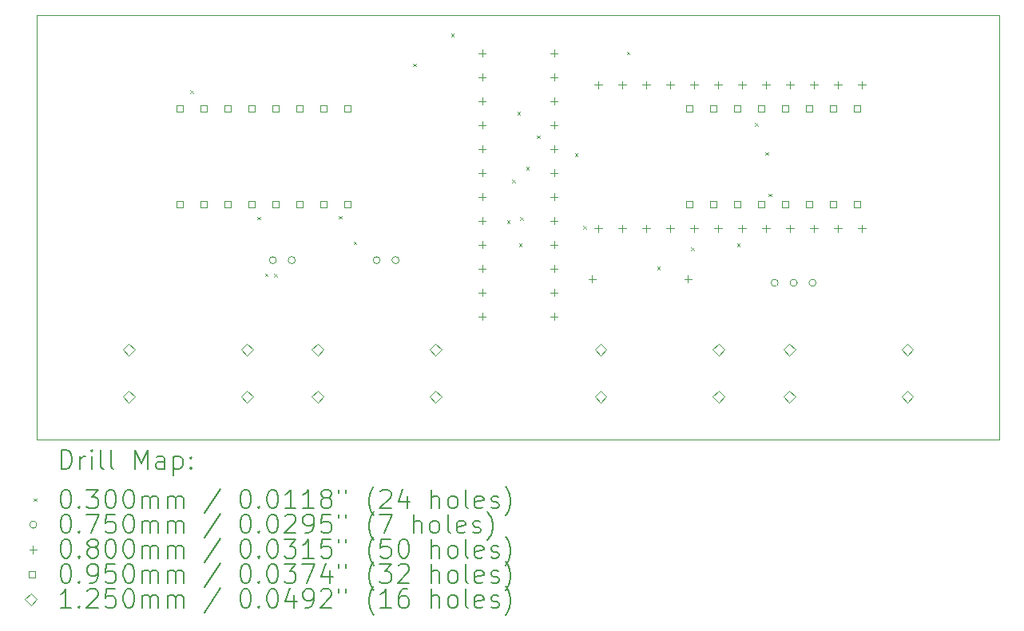
<source format=gbr>
%TF.GenerationSoftware,KiCad,Pcbnew,9.0.2*%
%TF.CreationDate,2025-06-28T10:53:49+03:00*%
%TF.ProjectId,chess_clock_pcb,63686573-735f-4636-9c6f-636b5f706362,rev?*%
%TF.SameCoordinates,Original*%
%TF.FileFunction,Drillmap*%
%TF.FilePolarity,Positive*%
%FSLAX45Y45*%
G04 Gerber Fmt 4.5, Leading zero omitted, Abs format (unit mm)*
G04 Created by KiCad (PCBNEW 9.0.2) date 2025-06-28 10:53:49*
%MOMM*%
%LPD*%
G01*
G04 APERTURE LIST*
%ADD10C,0.050000*%
%ADD11C,0.200000*%
%ADD12C,0.100000*%
%ADD13C,0.125000*%
G04 APERTURE END LIST*
D10*
X10000000Y-5000000D02*
X20200000Y-5000000D01*
X20200000Y-9500000D01*
X10000000Y-9500000D01*
X10000000Y-5000000D01*
D11*
D12*
X11625000Y-5795000D02*
X11655000Y-5825000D01*
X11655000Y-5795000D02*
X11625000Y-5825000D01*
X12337600Y-7139050D02*
X12367600Y-7169050D01*
X12367600Y-7139050D02*
X12337600Y-7169050D01*
X12414990Y-7740970D02*
X12444990Y-7770970D01*
X12444990Y-7740970D02*
X12414990Y-7770970D01*
X12514950Y-7744310D02*
X12544950Y-7774310D01*
X12544950Y-7744310D02*
X12514950Y-7774310D01*
X13197830Y-7131060D02*
X13227830Y-7161060D01*
X13227830Y-7131060D02*
X13197830Y-7161060D01*
X13357380Y-7400630D02*
X13387380Y-7430630D01*
X13387380Y-7400630D02*
X13357380Y-7430630D01*
X13985440Y-5515060D02*
X14015440Y-5545060D01*
X14015440Y-5515060D02*
X13985440Y-5545060D01*
X14390620Y-5197160D02*
X14420620Y-5227160D01*
X14420620Y-5197160D02*
X14390620Y-5227160D01*
X14981440Y-7176190D02*
X15011440Y-7206190D01*
X15011440Y-7176190D02*
X14981440Y-7206190D01*
X15036680Y-6745200D02*
X15066680Y-6775200D01*
X15066680Y-6745200D02*
X15036680Y-6775200D01*
X15093070Y-6023880D02*
X15123070Y-6053880D01*
X15123070Y-6023880D02*
X15093070Y-6053880D01*
X15107460Y-7424470D02*
X15137460Y-7454470D01*
X15137460Y-7424470D02*
X15107460Y-7454470D01*
X15121420Y-7145410D02*
X15151420Y-7175410D01*
X15151420Y-7145410D02*
X15121420Y-7175410D01*
X15183710Y-6608000D02*
X15213710Y-6638000D01*
X15213710Y-6608000D02*
X15183710Y-6638000D01*
X15300350Y-6277000D02*
X15330350Y-6307000D01*
X15330350Y-6277000D02*
X15300350Y-6307000D01*
X15700610Y-6467500D02*
X15730610Y-6497500D01*
X15730610Y-6467500D02*
X15700610Y-6497500D01*
X15791260Y-7236580D02*
X15821260Y-7266580D01*
X15821260Y-7236580D02*
X15791260Y-7266580D01*
X16253000Y-5387690D02*
X16283000Y-5417690D01*
X16283000Y-5387690D02*
X16253000Y-5417690D01*
X16573670Y-7667420D02*
X16603670Y-7697420D01*
X16603670Y-7667420D02*
X16573670Y-7697420D01*
X16934640Y-7467340D02*
X16964640Y-7497340D01*
X16964640Y-7467340D02*
X16934640Y-7497340D01*
X17421000Y-7422250D02*
X17451000Y-7452250D01*
X17451000Y-7422250D02*
X17421000Y-7452250D01*
X17608590Y-6146590D02*
X17638590Y-6176590D01*
X17638590Y-6146590D02*
X17608590Y-6176590D01*
X17719650Y-6451750D02*
X17749650Y-6481750D01*
X17749650Y-6451750D02*
X17719650Y-6481750D01*
X17756090Y-6892280D02*
X17786090Y-6922280D01*
X17786090Y-6892280D02*
X17756090Y-6922280D01*
X12537500Y-7600000D02*
G75*
G02*
X12462500Y-7600000I-37500J0D01*
G01*
X12462500Y-7600000D02*
G75*
G02*
X12537500Y-7600000I37500J0D01*
G01*
X12737500Y-7600000D02*
G75*
G02*
X12662500Y-7600000I-37500J0D01*
G01*
X12662500Y-7600000D02*
G75*
G02*
X12737500Y-7600000I37500J0D01*
G01*
X13637500Y-7600000D02*
G75*
G02*
X13562500Y-7600000I-37500J0D01*
G01*
X13562500Y-7600000D02*
G75*
G02*
X13637500Y-7600000I37500J0D01*
G01*
X13837500Y-7600000D02*
G75*
G02*
X13762500Y-7600000I-37500J0D01*
G01*
X13762500Y-7600000D02*
G75*
G02*
X13837500Y-7600000I37500J0D01*
G01*
X17857500Y-7840000D02*
G75*
G02*
X17782500Y-7840000I-37500J0D01*
G01*
X17782500Y-7840000D02*
G75*
G02*
X17857500Y-7840000I37500J0D01*
G01*
X18057500Y-7840000D02*
G75*
G02*
X17982500Y-7840000I-37500J0D01*
G01*
X17982500Y-7840000D02*
G75*
G02*
X18057500Y-7840000I37500J0D01*
G01*
X18257500Y-7840000D02*
G75*
G02*
X18182500Y-7840000I-37500J0D01*
G01*
X18182500Y-7840000D02*
G75*
G02*
X18257500Y-7840000I37500J0D01*
G01*
X14719000Y-5363000D02*
X14719000Y-5443000D01*
X14679000Y-5403000D02*
X14759000Y-5403000D01*
X14719000Y-5617000D02*
X14719000Y-5697000D01*
X14679000Y-5657000D02*
X14759000Y-5657000D01*
X14719000Y-5871000D02*
X14719000Y-5951000D01*
X14679000Y-5911000D02*
X14759000Y-5911000D01*
X14719000Y-6125000D02*
X14719000Y-6205000D01*
X14679000Y-6165000D02*
X14759000Y-6165000D01*
X14719000Y-6379000D02*
X14719000Y-6459000D01*
X14679000Y-6419000D02*
X14759000Y-6419000D01*
X14719000Y-6633000D02*
X14719000Y-6713000D01*
X14679000Y-6673000D02*
X14759000Y-6673000D01*
X14719000Y-6887000D02*
X14719000Y-6967000D01*
X14679000Y-6927000D02*
X14759000Y-6927000D01*
X14719000Y-7141000D02*
X14719000Y-7221000D01*
X14679000Y-7181000D02*
X14759000Y-7181000D01*
X14719000Y-7395000D02*
X14719000Y-7475000D01*
X14679000Y-7435000D02*
X14759000Y-7435000D01*
X14719000Y-7649000D02*
X14719000Y-7729000D01*
X14679000Y-7689000D02*
X14759000Y-7689000D01*
X14719000Y-7903000D02*
X14719000Y-7983000D01*
X14679000Y-7943000D02*
X14759000Y-7943000D01*
X14719000Y-8157000D02*
X14719000Y-8237000D01*
X14679000Y-8197000D02*
X14759000Y-8197000D01*
X15481000Y-5363000D02*
X15481000Y-5443000D01*
X15441000Y-5403000D02*
X15521000Y-5403000D01*
X15481000Y-5617000D02*
X15481000Y-5697000D01*
X15441000Y-5657000D02*
X15521000Y-5657000D01*
X15481000Y-5871000D02*
X15481000Y-5951000D01*
X15441000Y-5911000D02*
X15521000Y-5911000D01*
X15481000Y-6125000D02*
X15481000Y-6205000D01*
X15441000Y-6165000D02*
X15521000Y-6165000D01*
X15481000Y-6379000D02*
X15481000Y-6459000D01*
X15441000Y-6419000D02*
X15521000Y-6419000D01*
X15481000Y-6633000D02*
X15481000Y-6713000D01*
X15441000Y-6673000D02*
X15521000Y-6673000D01*
X15481000Y-6887000D02*
X15481000Y-6967000D01*
X15441000Y-6927000D02*
X15521000Y-6927000D01*
X15481000Y-7141000D02*
X15481000Y-7221000D01*
X15441000Y-7181000D02*
X15521000Y-7181000D01*
X15481000Y-7395000D02*
X15481000Y-7475000D01*
X15441000Y-7435000D02*
X15521000Y-7435000D01*
X15481000Y-7649000D02*
X15481000Y-7729000D01*
X15441000Y-7689000D02*
X15521000Y-7689000D01*
X15481000Y-7903000D02*
X15481000Y-7983000D01*
X15441000Y-7943000D02*
X15521000Y-7943000D01*
X15481000Y-8157000D02*
X15481000Y-8237000D01*
X15441000Y-8197000D02*
X15521000Y-8197000D01*
X15884000Y-7760000D02*
X15884000Y-7840000D01*
X15844000Y-7800000D02*
X15924000Y-7800000D01*
X15949000Y-5698000D02*
X15949000Y-5778000D01*
X15909000Y-5738000D02*
X15989000Y-5738000D01*
X15949000Y-7222000D02*
X15949000Y-7302000D01*
X15909000Y-7262000D02*
X15989000Y-7262000D01*
X16203000Y-5698000D02*
X16203000Y-5778000D01*
X16163000Y-5738000D02*
X16243000Y-5738000D01*
X16203000Y-7222000D02*
X16203000Y-7302000D01*
X16163000Y-7262000D02*
X16243000Y-7262000D01*
X16457000Y-5698000D02*
X16457000Y-5778000D01*
X16417000Y-5738000D02*
X16497000Y-5738000D01*
X16457000Y-7222000D02*
X16457000Y-7302000D01*
X16417000Y-7262000D02*
X16497000Y-7262000D01*
X16711000Y-5698000D02*
X16711000Y-5778000D01*
X16671000Y-5738000D02*
X16751000Y-5738000D01*
X16711000Y-7222000D02*
X16711000Y-7302000D01*
X16671000Y-7262000D02*
X16751000Y-7262000D01*
X16900000Y-7760000D02*
X16900000Y-7840000D01*
X16860000Y-7800000D02*
X16940000Y-7800000D01*
X16965000Y-5698000D02*
X16965000Y-5778000D01*
X16925000Y-5738000D02*
X17005000Y-5738000D01*
X16965000Y-7222000D02*
X16965000Y-7302000D01*
X16925000Y-7262000D02*
X17005000Y-7262000D01*
X17219000Y-5698000D02*
X17219000Y-5778000D01*
X17179000Y-5738000D02*
X17259000Y-5738000D01*
X17219000Y-7222000D02*
X17219000Y-7302000D01*
X17179000Y-7262000D02*
X17259000Y-7262000D01*
X17473000Y-5698000D02*
X17473000Y-5778000D01*
X17433000Y-5738000D02*
X17513000Y-5738000D01*
X17473000Y-7222000D02*
X17473000Y-7302000D01*
X17433000Y-7262000D02*
X17513000Y-7262000D01*
X17727000Y-5698000D02*
X17727000Y-5778000D01*
X17687000Y-5738000D02*
X17767000Y-5738000D01*
X17727000Y-7222000D02*
X17727000Y-7302000D01*
X17687000Y-7262000D02*
X17767000Y-7262000D01*
X17981000Y-5698000D02*
X17981000Y-5778000D01*
X17941000Y-5738000D02*
X18021000Y-5738000D01*
X17981000Y-7222000D02*
X17981000Y-7302000D01*
X17941000Y-7262000D02*
X18021000Y-7262000D01*
X18235000Y-5698000D02*
X18235000Y-5778000D01*
X18195000Y-5738000D02*
X18275000Y-5738000D01*
X18235000Y-7222000D02*
X18235000Y-7302000D01*
X18195000Y-7262000D02*
X18275000Y-7262000D01*
X18489000Y-5698000D02*
X18489000Y-5778000D01*
X18449000Y-5738000D02*
X18529000Y-5738000D01*
X18489000Y-7222000D02*
X18489000Y-7302000D01*
X18449000Y-7262000D02*
X18529000Y-7262000D01*
X18743000Y-5698000D02*
X18743000Y-5778000D01*
X18703000Y-5738000D02*
X18783000Y-5738000D01*
X18743000Y-7222000D02*
X18743000Y-7302000D01*
X18703000Y-7262000D02*
X18783000Y-7262000D01*
X11544588Y-6025588D02*
X11544588Y-5958412D01*
X11477412Y-5958412D01*
X11477412Y-6025588D01*
X11544588Y-6025588D01*
X11544588Y-7041588D02*
X11544588Y-6974412D01*
X11477412Y-6974412D01*
X11477412Y-7041588D01*
X11544588Y-7041588D01*
X11798588Y-6025588D02*
X11798588Y-5958412D01*
X11731412Y-5958412D01*
X11731412Y-6025588D01*
X11798588Y-6025588D01*
X11798588Y-7041588D02*
X11798588Y-6974412D01*
X11731412Y-6974412D01*
X11731412Y-7041588D01*
X11798588Y-7041588D01*
X12052588Y-6025588D02*
X12052588Y-5958412D01*
X11985412Y-5958412D01*
X11985412Y-6025588D01*
X12052588Y-6025588D01*
X12052588Y-7041588D02*
X12052588Y-6974412D01*
X11985412Y-6974412D01*
X11985412Y-7041588D01*
X12052588Y-7041588D01*
X12306588Y-6025588D02*
X12306588Y-5958412D01*
X12239412Y-5958412D01*
X12239412Y-6025588D01*
X12306588Y-6025588D01*
X12306588Y-7041588D02*
X12306588Y-6974412D01*
X12239412Y-6974412D01*
X12239412Y-7041588D01*
X12306588Y-7041588D01*
X12560588Y-6025588D02*
X12560588Y-5958412D01*
X12493412Y-5958412D01*
X12493412Y-6025588D01*
X12560588Y-6025588D01*
X12560588Y-7041588D02*
X12560588Y-6974412D01*
X12493412Y-6974412D01*
X12493412Y-7041588D01*
X12560588Y-7041588D01*
X12814588Y-6025588D02*
X12814588Y-5958412D01*
X12747412Y-5958412D01*
X12747412Y-6025588D01*
X12814588Y-6025588D01*
X12814588Y-7041588D02*
X12814588Y-6974412D01*
X12747412Y-6974412D01*
X12747412Y-7041588D01*
X12814588Y-7041588D01*
X13068588Y-6025588D02*
X13068588Y-5958412D01*
X13001412Y-5958412D01*
X13001412Y-6025588D01*
X13068588Y-6025588D01*
X13068588Y-7041588D02*
X13068588Y-6974412D01*
X13001412Y-6974412D01*
X13001412Y-7041588D01*
X13068588Y-7041588D01*
X13322588Y-6025588D02*
X13322588Y-5958412D01*
X13255412Y-5958412D01*
X13255412Y-6025588D01*
X13322588Y-6025588D01*
X13322588Y-7041588D02*
X13322588Y-6974412D01*
X13255412Y-6974412D01*
X13255412Y-7041588D01*
X13322588Y-7041588D01*
X16944588Y-6025588D02*
X16944588Y-5958412D01*
X16877412Y-5958412D01*
X16877412Y-6025588D01*
X16944588Y-6025588D01*
X16944588Y-7041588D02*
X16944588Y-6974412D01*
X16877412Y-6974412D01*
X16877412Y-7041588D01*
X16944588Y-7041588D01*
X17198588Y-6025588D02*
X17198588Y-5958412D01*
X17131412Y-5958412D01*
X17131412Y-6025588D01*
X17198588Y-6025588D01*
X17198588Y-7041588D02*
X17198588Y-6974412D01*
X17131412Y-6974412D01*
X17131412Y-7041588D01*
X17198588Y-7041588D01*
X17452588Y-6025588D02*
X17452588Y-5958412D01*
X17385412Y-5958412D01*
X17385412Y-6025588D01*
X17452588Y-6025588D01*
X17452588Y-7041588D02*
X17452588Y-6974412D01*
X17385412Y-6974412D01*
X17385412Y-7041588D01*
X17452588Y-7041588D01*
X17706588Y-6025588D02*
X17706588Y-5958412D01*
X17639412Y-5958412D01*
X17639412Y-6025588D01*
X17706588Y-6025588D01*
X17706588Y-7041588D02*
X17706588Y-6974412D01*
X17639412Y-6974412D01*
X17639412Y-7041588D01*
X17706588Y-7041588D01*
X17960588Y-6025588D02*
X17960588Y-5958412D01*
X17893412Y-5958412D01*
X17893412Y-6025588D01*
X17960588Y-6025588D01*
X17960588Y-7041588D02*
X17960588Y-6974412D01*
X17893412Y-6974412D01*
X17893412Y-7041588D01*
X17960588Y-7041588D01*
X18214588Y-6025588D02*
X18214588Y-5958412D01*
X18147412Y-5958412D01*
X18147412Y-6025588D01*
X18214588Y-6025588D01*
X18214588Y-7041588D02*
X18214588Y-6974412D01*
X18147412Y-6974412D01*
X18147412Y-7041588D01*
X18214588Y-7041588D01*
X18468588Y-6025588D02*
X18468588Y-5958412D01*
X18401412Y-5958412D01*
X18401412Y-6025588D01*
X18468588Y-6025588D01*
X18468588Y-7041588D02*
X18468588Y-6974412D01*
X18401412Y-6974412D01*
X18401412Y-7041588D01*
X18468588Y-7041588D01*
X18722588Y-6025588D02*
X18722588Y-5958412D01*
X18655412Y-5958412D01*
X18655412Y-6025588D01*
X18722588Y-6025588D01*
X18722588Y-7041588D02*
X18722588Y-6974412D01*
X18655412Y-6974412D01*
X18655412Y-7041588D01*
X18722588Y-7041588D01*
D13*
X10975000Y-8612500D02*
X11037500Y-8550000D01*
X10975000Y-8487500D01*
X10912500Y-8550000D01*
X10975000Y-8612500D01*
X10975000Y-9112500D02*
X11037500Y-9050000D01*
X10975000Y-8987500D01*
X10912500Y-9050000D01*
X10975000Y-9112500D01*
X12225000Y-8612500D02*
X12287500Y-8550000D01*
X12225000Y-8487500D01*
X12162500Y-8550000D01*
X12225000Y-8612500D01*
X12225000Y-9112500D02*
X12287500Y-9050000D01*
X12225000Y-8987500D01*
X12162500Y-9050000D01*
X12225000Y-9112500D01*
X12975000Y-8612500D02*
X13037500Y-8550000D01*
X12975000Y-8487500D01*
X12912500Y-8550000D01*
X12975000Y-8612500D01*
X12975000Y-9112500D02*
X13037500Y-9050000D01*
X12975000Y-8987500D01*
X12912500Y-9050000D01*
X12975000Y-9112500D01*
X14225000Y-8612500D02*
X14287500Y-8550000D01*
X14225000Y-8487500D01*
X14162500Y-8550000D01*
X14225000Y-8612500D01*
X14225000Y-9112500D02*
X14287500Y-9050000D01*
X14225000Y-8987500D01*
X14162500Y-9050000D01*
X14225000Y-9112500D01*
X15975000Y-8612500D02*
X16037500Y-8550000D01*
X15975000Y-8487500D01*
X15912500Y-8550000D01*
X15975000Y-8612500D01*
X15975000Y-9112500D02*
X16037500Y-9050000D01*
X15975000Y-8987500D01*
X15912500Y-9050000D01*
X15975000Y-9112500D01*
X17225000Y-8612500D02*
X17287500Y-8550000D01*
X17225000Y-8487500D01*
X17162500Y-8550000D01*
X17225000Y-8612500D01*
X17225000Y-9112500D02*
X17287500Y-9050000D01*
X17225000Y-8987500D01*
X17162500Y-9050000D01*
X17225000Y-9112500D01*
X17975000Y-8612500D02*
X18037500Y-8550000D01*
X17975000Y-8487500D01*
X17912500Y-8550000D01*
X17975000Y-8612500D01*
X17975000Y-9112500D02*
X18037500Y-9050000D01*
X17975000Y-8987500D01*
X17912500Y-9050000D01*
X17975000Y-9112500D01*
X19225000Y-8612500D02*
X19287500Y-8550000D01*
X19225000Y-8487500D01*
X19162500Y-8550000D01*
X19225000Y-8612500D01*
X19225000Y-9112500D02*
X19287500Y-9050000D01*
X19225000Y-8987500D01*
X19162500Y-9050000D01*
X19225000Y-9112500D01*
D11*
X10258277Y-9813984D02*
X10258277Y-9613984D01*
X10258277Y-9613984D02*
X10305896Y-9613984D01*
X10305896Y-9613984D02*
X10334467Y-9623508D01*
X10334467Y-9623508D02*
X10353515Y-9642555D01*
X10353515Y-9642555D02*
X10363039Y-9661603D01*
X10363039Y-9661603D02*
X10372563Y-9699698D01*
X10372563Y-9699698D02*
X10372563Y-9728270D01*
X10372563Y-9728270D02*
X10363039Y-9766365D01*
X10363039Y-9766365D02*
X10353515Y-9785412D01*
X10353515Y-9785412D02*
X10334467Y-9804460D01*
X10334467Y-9804460D02*
X10305896Y-9813984D01*
X10305896Y-9813984D02*
X10258277Y-9813984D01*
X10458277Y-9813984D02*
X10458277Y-9680650D01*
X10458277Y-9718746D02*
X10467801Y-9699698D01*
X10467801Y-9699698D02*
X10477324Y-9690174D01*
X10477324Y-9690174D02*
X10496372Y-9680650D01*
X10496372Y-9680650D02*
X10515420Y-9680650D01*
X10582086Y-9813984D02*
X10582086Y-9680650D01*
X10582086Y-9613984D02*
X10572563Y-9623508D01*
X10572563Y-9623508D02*
X10582086Y-9633031D01*
X10582086Y-9633031D02*
X10591610Y-9623508D01*
X10591610Y-9623508D02*
X10582086Y-9613984D01*
X10582086Y-9613984D02*
X10582086Y-9633031D01*
X10705896Y-9813984D02*
X10686848Y-9804460D01*
X10686848Y-9804460D02*
X10677324Y-9785412D01*
X10677324Y-9785412D02*
X10677324Y-9613984D01*
X10810658Y-9813984D02*
X10791610Y-9804460D01*
X10791610Y-9804460D02*
X10782086Y-9785412D01*
X10782086Y-9785412D02*
X10782086Y-9613984D01*
X11039229Y-9813984D02*
X11039229Y-9613984D01*
X11039229Y-9613984D02*
X11105896Y-9756841D01*
X11105896Y-9756841D02*
X11172563Y-9613984D01*
X11172563Y-9613984D02*
X11172563Y-9813984D01*
X11353515Y-9813984D02*
X11353515Y-9709222D01*
X11353515Y-9709222D02*
X11343991Y-9690174D01*
X11343991Y-9690174D02*
X11324943Y-9680650D01*
X11324943Y-9680650D02*
X11286848Y-9680650D01*
X11286848Y-9680650D02*
X11267801Y-9690174D01*
X11353515Y-9804460D02*
X11334467Y-9813984D01*
X11334467Y-9813984D02*
X11286848Y-9813984D01*
X11286848Y-9813984D02*
X11267801Y-9804460D01*
X11267801Y-9804460D02*
X11258277Y-9785412D01*
X11258277Y-9785412D02*
X11258277Y-9766365D01*
X11258277Y-9766365D02*
X11267801Y-9747317D01*
X11267801Y-9747317D02*
X11286848Y-9737793D01*
X11286848Y-9737793D02*
X11334467Y-9737793D01*
X11334467Y-9737793D02*
X11353515Y-9728270D01*
X11448753Y-9680650D02*
X11448753Y-9880650D01*
X11448753Y-9690174D02*
X11467801Y-9680650D01*
X11467801Y-9680650D02*
X11505896Y-9680650D01*
X11505896Y-9680650D02*
X11524943Y-9690174D01*
X11524943Y-9690174D02*
X11534467Y-9699698D01*
X11534467Y-9699698D02*
X11543991Y-9718746D01*
X11543991Y-9718746D02*
X11543991Y-9775889D01*
X11543991Y-9775889D02*
X11534467Y-9794936D01*
X11534467Y-9794936D02*
X11524943Y-9804460D01*
X11524943Y-9804460D02*
X11505896Y-9813984D01*
X11505896Y-9813984D02*
X11467801Y-9813984D01*
X11467801Y-9813984D02*
X11448753Y-9804460D01*
X11629705Y-9794936D02*
X11639229Y-9804460D01*
X11639229Y-9804460D02*
X11629705Y-9813984D01*
X11629705Y-9813984D02*
X11620182Y-9804460D01*
X11620182Y-9804460D02*
X11629705Y-9794936D01*
X11629705Y-9794936D02*
X11629705Y-9813984D01*
X11629705Y-9690174D02*
X11639229Y-9699698D01*
X11639229Y-9699698D02*
X11629705Y-9709222D01*
X11629705Y-9709222D02*
X11620182Y-9699698D01*
X11620182Y-9699698D02*
X11629705Y-9690174D01*
X11629705Y-9690174D02*
X11629705Y-9709222D01*
D12*
X9967500Y-10127500D02*
X9997500Y-10157500D01*
X9997500Y-10127500D02*
X9967500Y-10157500D01*
D11*
X10296372Y-10033984D02*
X10315420Y-10033984D01*
X10315420Y-10033984D02*
X10334467Y-10043508D01*
X10334467Y-10043508D02*
X10343991Y-10053031D01*
X10343991Y-10053031D02*
X10353515Y-10072079D01*
X10353515Y-10072079D02*
X10363039Y-10110174D01*
X10363039Y-10110174D02*
X10363039Y-10157793D01*
X10363039Y-10157793D02*
X10353515Y-10195889D01*
X10353515Y-10195889D02*
X10343991Y-10214936D01*
X10343991Y-10214936D02*
X10334467Y-10224460D01*
X10334467Y-10224460D02*
X10315420Y-10233984D01*
X10315420Y-10233984D02*
X10296372Y-10233984D01*
X10296372Y-10233984D02*
X10277324Y-10224460D01*
X10277324Y-10224460D02*
X10267801Y-10214936D01*
X10267801Y-10214936D02*
X10258277Y-10195889D01*
X10258277Y-10195889D02*
X10248753Y-10157793D01*
X10248753Y-10157793D02*
X10248753Y-10110174D01*
X10248753Y-10110174D02*
X10258277Y-10072079D01*
X10258277Y-10072079D02*
X10267801Y-10053031D01*
X10267801Y-10053031D02*
X10277324Y-10043508D01*
X10277324Y-10043508D02*
X10296372Y-10033984D01*
X10448753Y-10214936D02*
X10458277Y-10224460D01*
X10458277Y-10224460D02*
X10448753Y-10233984D01*
X10448753Y-10233984D02*
X10439229Y-10224460D01*
X10439229Y-10224460D02*
X10448753Y-10214936D01*
X10448753Y-10214936D02*
X10448753Y-10233984D01*
X10524944Y-10033984D02*
X10648753Y-10033984D01*
X10648753Y-10033984D02*
X10582086Y-10110174D01*
X10582086Y-10110174D02*
X10610658Y-10110174D01*
X10610658Y-10110174D02*
X10629705Y-10119698D01*
X10629705Y-10119698D02*
X10639229Y-10129222D01*
X10639229Y-10129222D02*
X10648753Y-10148270D01*
X10648753Y-10148270D02*
X10648753Y-10195889D01*
X10648753Y-10195889D02*
X10639229Y-10214936D01*
X10639229Y-10214936D02*
X10629705Y-10224460D01*
X10629705Y-10224460D02*
X10610658Y-10233984D01*
X10610658Y-10233984D02*
X10553515Y-10233984D01*
X10553515Y-10233984D02*
X10534467Y-10224460D01*
X10534467Y-10224460D02*
X10524944Y-10214936D01*
X10772563Y-10033984D02*
X10791610Y-10033984D01*
X10791610Y-10033984D02*
X10810658Y-10043508D01*
X10810658Y-10043508D02*
X10820182Y-10053031D01*
X10820182Y-10053031D02*
X10829705Y-10072079D01*
X10829705Y-10072079D02*
X10839229Y-10110174D01*
X10839229Y-10110174D02*
X10839229Y-10157793D01*
X10839229Y-10157793D02*
X10829705Y-10195889D01*
X10829705Y-10195889D02*
X10820182Y-10214936D01*
X10820182Y-10214936D02*
X10810658Y-10224460D01*
X10810658Y-10224460D02*
X10791610Y-10233984D01*
X10791610Y-10233984D02*
X10772563Y-10233984D01*
X10772563Y-10233984D02*
X10753515Y-10224460D01*
X10753515Y-10224460D02*
X10743991Y-10214936D01*
X10743991Y-10214936D02*
X10734467Y-10195889D01*
X10734467Y-10195889D02*
X10724944Y-10157793D01*
X10724944Y-10157793D02*
X10724944Y-10110174D01*
X10724944Y-10110174D02*
X10734467Y-10072079D01*
X10734467Y-10072079D02*
X10743991Y-10053031D01*
X10743991Y-10053031D02*
X10753515Y-10043508D01*
X10753515Y-10043508D02*
X10772563Y-10033984D01*
X10963039Y-10033984D02*
X10982086Y-10033984D01*
X10982086Y-10033984D02*
X11001134Y-10043508D01*
X11001134Y-10043508D02*
X11010658Y-10053031D01*
X11010658Y-10053031D02*
X11020182Y-10072079D01*
X11020182Y-10072079D02*
X11029705Y-10110174D01*
X11029705Y-10110174D02*
X11029705Y-10157793D01*
X11029705Y-10157793D02*
X11020182Y-10195889D01*
X11020182Y-10195889D02*
X11010658Y-10214936D01*
X11010658Y-10214936D02*
X11001134Y-10224460D01*
X11001134Y-10224460D02*
X10982086Y-10233984D01*
X10982086Y-10233984D02*
X10963039Y-10233984D01*
X10963039Y-10233984D02*
X10943991Y-10224460D01*
X10943991Y-10224460D02*
X10934467Y-10214936D01*
X10934467Y-10214936D02*
X10924944Y-10195889D01*
X10924944Y-10195889D02*
X10915420Y-10157793D01*
X10915420Y-10157793D02*
X10915420Y-10110174D01*
X10915420Y-10110174D02*
X10924944Y-10072079D01*
X10924944Y-10072079D02*
X10934467Y-10053031D01*
X10934467Y-10053031D02*
X10943991Y-10043508D01*
X10943991Y-10043508D02*
X10963039Y-10033984D01*
X11115420Y-10233984D02*
X11115420Y-10100650D01*
X11115420Y-10119698D02*
X11124944Y-10110174D01*
X11124944Y-10110174D02*
X11143991Y-10100650D01*
X11143991Y-10100650D02*
X11172563Y-10100650D01*
X11172563Y-10100650D02*
X11191610Y-10110174D01*
X11191610Y-10110174D02*
X11201134Y-10129222D01*
X11201134Y-10129222D02*
X11201134Y-10233984D01*
X11201134Y-10129222D02*
X11210658Y-10110174D01*
X11210658Y-10110174D02*
X11229705Y-10100650D01*
X11229705Y-10100650D02*
X11258277Y-10100650D01*
X11258277Y-10100650D02*
X11277324Y-10110174D01*
X11277324Y-10110174D02*
X11286848Y-10129222D01*
X11286848Y-10129222D02*
X11286848Y-10233984D01*
X11382086Y-10233984D02*
X11382086Y-10100650D01*
X11382086Y-10119698D02*
X11391610Y-10110174D01*
X11391610Y-10110174D02*
X11410658Y-10100650D01*
X11410658Y-10100650D02*
X11439229Y-10100650D01*
X11439229Y-10100650D02*
X11458277Y-10110174D01*
X11458277Y-10110174D02*
X11467801Y-10129222D01*
X11467801Y-10129222D02*
X11467801Y-10233984D01*
X11467801Y-10129222D02*
X11477324Y-10110174D01*
X11477324Y-10110174D02*
X11496372Y-10100650D01*
X11496372Y-10100650D02*
X11524943Y-10100650D01*
X11524943Y-10100650D02*
X11543991Y-10110174D01*
X11543991Y-10110174D02*
X11553515Y-10129222D01*
X11553515Y-10129222D02*
X11553515Y-10233984D01*
X11943991Y-10024460D02*
X11772563Y-10281603D01*
X12201134Y-10033984D02*
X12220182Y-10033984D01*
X12220182Y-10033984D02*
X12239229Y-10043508D01*
X12239229Y-10043508D02*
X12248753Y-10053031D01*
X12248753Y-10053031D02*
X12258277Y-10072079D01*
X12258277Y-10072079D02*
X12267801Y-10110174D01*
X12267801Y-10110174D02*
X12267801Y-10157793D01*
X12267801Y-10157793D02*
X12258277Y-10195889D01*
X12258277Y-10195889D02*
X12248753Y-10214936D01*
X12248753Y-10214936D02*
X12239229Y-10224460D01*
X12239229Y-10224460D02*
X12220182Y-10233984D01*
X12220182Y-10233984D02*
X12201134Y-10233984D01*
X12201134Y-10233984D02*
X12182086Y-10224460D01*
X12182086Y-10224460D02*
X12172563Y-10214936D01*
X12172563Y-10214936D02*
X12163039Y-10195889D01*
X12163039Y-10195889D02*
X12153515Y-10157793D01*
X12153515Y-10157793D02*
X12153515Y-10110174D01*
X12153515Y-10110174D02*
X12163039Y-10072079D01*
X12163039Y-10072079D02*
X12172563Y-10053031D01*
X12172563Y-10053031D02*
X12182086Y-10043508D01*
X12182086Y-10043508D02*
X12201134Y-10033984D01*
X12353515Y-10214936D02*
X12363039Y-10224460D01*
X12363039Y-10224460D02*
X12353515Y-10233984D01*
X12353515Y-10233984D02*
X12343991Y-10224460D01*
X12343991Y-10224460D02*
X12353515Y-10214936D01*
X12353515Y-10214936D02*
X12353515Y-10233984D01*
X12486848Y-10033984D02*
X12505896Y-10033984D01*
X12505896Y-10033984D02*
X12524944Y-10043508D01*
X12524944Y-10043508D02*
X12534467Y-10053031D01*
X12534467Y-10053031D02*
X12543991Y-10072079D01*
X12543991Y-10072079D02*
X12553515Y-10110174D01*
X12553515Y-10110174D02*
X12553515Y-10157793D01*
X12553515Y-10157793D02*
X12543991Y-10195889D01*
X12543991Y-10195889D02*
X12534467Y-10214936D01*
X12534467Y-10214936D02*
X12524944Y-10224460D01*
X12524944Y-10224460D02*
X12505896Y-10233984D01*
X12505896Y-10233984D02*
X12486848Y-10233984D01*
X12486848Y-10233984D02*
X12467801Y-10224460D01*
X12467801Y-10224460D02*
X12458277Y-10214936D01*
X12458277Y-10214936D02*
X12448753Y-10195889D01*
X12448753Y-10195889D02*
X12439229Y-10157793D01*
X12439229Y-10157793D02*
X12439229Y-10110174D01*
X12439229Y-10110174D02*
X12448753Y-10072079D01*
X12448753Y-10072079D02*
X12458277Y-10053031D01*
X12458277Y-10053031D02*
X12467801Y-10043508D01*
X12467801Y-10043508D02*
X12486848Y-10033984D01*
X12743991Y-10233984D02*
X12629706Y-10233984D01*
X12686848Y-10233984D02*
X12686848Y-10033984D01*
X12686848Y-10033984D02*
X12667801Y-10062555D01*
X12667801Y-10062555D02*
X12648753Y-10081603D01*
X12648753Y-10081603D02*
X12629706Y-10091127D01*
X12934467Y-10233984D02*
X12820182Y-10233984D01*
X12877325Y-10233984D02*
X12877325Y-10033984D01*
X12877325Y-10033984D02*
X12858277Y-10062555D01*
X12858277Y-10062555D02*
X12839229Y-10081603D01*
X12839229Y-10081603D02*
X12820182Y-10091127D01*
X13048753Y-10119698D02*
X13029706Y-10110174D01*
X13029706Y-10110174D02*
X13020182Y-10100650D01*
X13020182Y-10100650D02*
X13010658Y-10081603D01*
X13010658Y-10081603D02*
X13010658Y-10072079D01*
X13010658Y-10072079D02*
X13020182Y-10053031D01*
X13020182Y-10053031D02*
X13029706Y-10043508D01*
X13029706Y-10043508D02*
X13048753Y-10033984D01*
X13048753Y-10033984D02*
X13086848Y-10033984D01*
X13086848Y-10033984D02*
X13105896Y-10043508D01*
X13105896Y-10043508D02*
X13115420Y-10053031D01*
X13115420Y-10053031D02*
X13124944Y-10072079D01*
X13124944Y-10072079D02*
X13124944Y-10081603D01*
X13124944Y-10081603D02*
X13115420Y-10100650D01*
X13115420Y-10100650D02*
X13105896Y-10110174D01*
X13105896Y-10110174D02*
X13086848Y-10119698D01*
X13086848Y-10119698D02*
X13048753Y-10119698D01*
X13048753Y-10119698D02*
X13029706Y-10129222D01*
X13029706Y-10129222D02*
X13020182Y-10138746D01*
X13020182Y-10138746D02*
X13010658Y-10157793D01*
X13010658Y-10157793D02*
X13010658Y-10195889D01*
X13010658Y-10195889D02*
X13020182Y-10214936D01*
X13020182Y-10214936D02*
X13029706Y-10224460D01*
X13029706Y-10224460D02*
X13048753Y-10233984D01*
X13048753Y-10233984D02*
X13086848Y-10233984D01*
X13086848Y-10233984D02*
X13105896Y-10224460D01*
X13105896Y-10224460D02*
X13115420Y-10214936D01*
X13115420Y-10214936D02*
X13124944Y-10195889D01*
X13124944Y-10195889D02*
X13124944Y-10157793D01*
X13124944Y-10157793D02*
X13115420Y-10138746D01*
X13115420Y-10138746D02*
X13105896Y-10129222D01*
X13105896Y-10129222D02*
X13086848Y-10119698D01*
X13201134Y-10033984D02*
X13201134Y-10072079D01*
X13277325Y-10033984D02*
X13277325Y-10072079D01*
X13572563Y-10310174D02*
X13563039Y-10300650D01*
X13563039Y-10300650D02*
X13543991Y-10272079D01*
X13543991Y-10272079D02*
X13534468Y-10253031D01*
X13534468Y-10253031D02*
X13524944Y-10224460D01*
X13524944Y-10224460D02*
X13515420Y-10176841D01*
X13515420Y-10176841D02*
X13515420Y-10138746D01*
X13515420Y-10138746D02*
X13524944Y-10091127D01*
X13524944Y-10091127D02*
X13534468Y-10062555D01*
X13534468Y-10062555D02*
X13543991Y-10043508D01*
X13543991Y-10043508D02*
X13563039Y-10014936D01*
X13563039Y-10014936D02*
X13572563Y-10005412D01*
X13639229Y-10053031D02*
X13648753Y-10043508D01*
X13648753Y-10043508D02*
X13667801Y-10033984D01*
X13667801Y-10033984D02*
X13715420Y-10033984D01*
X13715420Y-10033984D02*
X13734468Y-10043508D01*
X13734468Y-10043508D02*
X13743991Y-10053031D01*
X13743991Y-10053031D02*
X13753515Y-10072079D01*
X13753515Y-10072079D02*
X13753515Y-10091127D01*
X13753515Y-10091127D02*
X13743991Y-10119698D01*
X13743991Y-10119698D02*
X13629706Y-10233984D01*
X13629706Y-10233984D02*
X13753515Y-10233984D01*
X13924944Y-10100650D02*
X13924944Y-10233984D01*
X13877325Y-10024460D02*
X13829706Y-10167317D01*
X13829706Y-10167317D02*
X13953515Y-10167317D01*
X14182087Y-10233984D02*
X14182087Y-10033984D01*
X14267801Y-10233984D02*
X14267801Y-10129222D01*
X14267801Y-10129222D02*
X14258277Y-10110174D01*
X14258277Y-10110174D02*
X14239230Y-10100650D01*
X14239230Y-10100650D02*
X14210658Y-10100650D01*
X14210658Y-10100650D02*
X14191610Y-10110174D01*
X14191610Y-10110174D02*
X14182087Y-10119698D01*
X14391610Y-10233984D02*
X14372563Y-10224460D01*
X14372563Y-10224460D02*
X14363039Y-10214936D01*
X14363039Y-10214936D02*
X14353515Y-10195889D01*
X14353515Y-10195889D02*
X14353515Y-10138746D01*
X14353515Y-10138746D02*
X14363039Y-10119698D01*
X14363039Y-10119698D02*
X14372563Y-10110174D01*
X14372563Y-10110174D02*
X14391610Y-10100650D01*
X14391610Y-10100650D02*
X14420182Y-10100650D01*
X14420182Y-10100650D02*
X14439230Y-10110174D01*
X14439230Y-10110174D02*
X14448753Y-10119698D01*
X14448753Y-10119698D02*
X14458277Y-10138746D01*
X14458277Y-10138746D02*
X14458277Y-10195889D01*
X14458277Y-10195889D02*
X14448753Y-10214936D01*
X14448753Y-10214936D02*
X14439230Y-10224460D01*
X14439230Y-10224460D02*
X14420182Y-10233984D01*
X14420182Y-10233984D02*
X14391610Y-10233984D01*
X14572563Y-10233984D02*
X14553515Y-10224460D01*
X14553515Y-10224460D02*
X14543991Y-10205412D01*
X14543991Y-10205412D02*
X14543991Y-10033984D01*
X14724944Y-10224460D02*
X14705896Y-10233984D01*
X14705896Y-10233984D02*
X14667801Y-10233984D01*
X14667801Y-10233984D02*
X14648753Y-10224460D01*
X14648753Y-10224460D02*
X14639230Y-10205412D01*
X14639230Y-10205412D02*
X14639230Y-10129222D01*
X14639230Y-10129222D02*
X14648753Y-10110174D01*
X14648753Y-10110174D02*
X14667801Y-10100650D01*
X14667801Y-10100650D02*
X14705896Y-10100650D01*
X14705896Y-10100650D02*
X14724944Y-10110174D01*
X14724944Y-10110174D02*
X14734468Y-10129222D01*
X14734468Y-10129222D02*
X14734468Y-10148270D01*
X14734468Y-10148270D02*
X14639230Y-10167317D01*
X14810658Y-10224460D02*
X14829706Y-10233984D01*
X14829706Y-10233984D02*
X14867801Y-10233984D01*
X14867801Y-10233984D02*
X14886849Y-10224460D01*
X14886849Y-10224460D02*
X14896372Y-10205412D01*
X14896372Y-10205412D02*
X14896372Y-10195889D01*
X14896372Y-10195889D02*
X14886849Y-10176841D01*
X14886849Y-10176841D02*
X14867801Y-10167317D01*
X14867801Y-10167317D02*
X14839230Y-10167317D01*
X14839230Y-10167317D02*
X14820182Y-10157793D01*
X14820182Y-10157793D02*
X14810658Y-10138746D01*
X14810658Y-10138746D02*
X14810658Y-10129222D01*
X14810658Y-10129222D02*
X14820182Y-10110174D01*
X14820182Y-10110174D02*
X14839230Y-10100650D01*
X14839230Y-10100650D02*
X14867801Y-10100650D01*
X14867801Y-10100650D02*
X14886849Y-10110174D01*
X14963039Y-10310174D02*
X14972563Y-10300650D01*
X14972563Y-10300650D02*
X14991611Y-10272079D01*
X14991611Y-10272079D02*
X15001134Y-10253031D01*
X15001134Y-10253031D02*
X15010658Y-10224460D01*
X15010658Y-10224460D02*
X15020182Y-10176841D01*
X15020182Y-10176841D02*
X15020182Y-10138746D01*
X15020182Y-10138746D02*
X15010658Y-10091127D01*
X15010658Y-10091127D02*
X15001134Y-10062555D01*
X15001134Y-10062555D02*
X14991611Y-10043508D01*
X14991611Y-10043508D02*
X14972563Y-10014936D01*
X14972563Y-10014936D02*
X14963039Y-10005412D01*
D12*
X9997500Y-10406500D02*
G75*
G02*
X9922500Y-10406500I-37500J0D01*
G01*
X9922500Y-10406500D02*
G75*
G02*
X9997500Y-10406500I37500J0D01*
G01*
D11*
X10296372Y-10297984D02*
X10315420Y-10297984D01*
X10315420Y-10297984D02*
X10334467Y-10307508D01*
X10334467Y-10307508D02*
X10343991Y-10317031D01*
X10343991Y-10317031D02*
X10353515Y-10336079D01*
X10353515Y-10336079D02*
X10363039Y-10374174D01*
X10363039Y-10374174D02*
X10363039Y-10421793D01*
X10363039Y-10421793D02*
X10353515Y-10459889D01*
X10353515Y-10459889D02*
X10343991Y-10478936D01*
X10343991Y-10478936D02*
X10334467Y-10488460D01*
X10334467Y-10488460D02*
X10315420Y-10497984D01*
X10315420Y-10497984D02*
X10296372Y-10497984D01*
X10296372Y-10497984D02*
X10277324Y-10488460D01*
X10277324Y-10488460D02*
X10267801Y-10478936D01*
X10267801Y-10478936D02*
X10258277Y-10459889D01*
X10258277Y-10459889D02*
X10248753Y-10421793D01*
X10248753Y-10421793D02*
X10248753Y-10374174D01*
X10248753Y-10374174D02*
X10258277Y-10336079D01*
X10258277Y-10336079D02*
X10267801Y-10317031D01*
X10267801Y-10317031D02*
X10277324Y-10307508D01*
X10277324Y-10307508D02*
X10296372Y-10297984D01*
X10448753Y-10478936D02*
X10458277Y-10488460D01*
X10458277Y-10488460D02*
X10448753Y-10497984D01*
X10448753Y-10497984D02*
X10439229Y-10488460D01*
X10439229Y-10488460D02*
X10448753Y-10478936D01*
X10448753Y-10478936D02*
X10448753Y-10497984D01*
X10524944Y-10297984D02*
X10658277Y-10297984D01*
X10658277Y-10297984D02*
X10572563Y-10497984D01*
X10829705Y-10297984D02*
X10734467Y-10297984D01*
X10734467Y-10297984D02*
X10724944Y-10393222D01*
X10724944Y-10393222D02*
X10734467Y-10383698D01*
X10734467Y-10383698D02*
X10753515Y-10374174D01*
X10753515Y-10374174D02*
X10801134Y-10374174D01*
X10801134Y-10374174D02*
X10820182Y-10383698D01*
X10820182Y-10383698D02*
X10829705Y-10393222D01*
X10829705Y-10393222D02*
X10839229Y-10412270D01*
X10839229Y-10412270D02*
X10839229Y-10459889D01*
X10839229Y-10459889D02*
X10829705Y-10478936D01*
X10829705Y-10478936D02*
X10820182Y-10488460D01*
X10820182Y-10488460D02*
X10801134Y-10497984D01*
X10801134Y-10497984D02*
X10753515Y-10497984D01*
X10753515Y-10497984D02*
X10734467Y-10488460D01*
X10734467Y-10488460D02*
X10724944Y-10478936D01*
X10963039Y-10297984D02*
X10982086Y-10297984D01*
X10982086Y-10297984D02*
X11001134Y-10307508D01*
X11001134Y-10307508D02*
X11010658Y-10317031D01*
X11010658Y-10317031D02*
X11020182Y-10336079D01*
X11020182Y-10336079D02*
X11029705Y-10374174D01*
X11029705Y-10374174D02*
X11029705Y-10421793D01*
X11029705Y-10421793D02*
X11020182Y-10459889D01*
X11020182Y-10459889D02*
X11010658Y-10478936D01*
X11010658Y-10478936D02*
X11001134Y-10488460D01*
X11001134Y-10488460D02*
X10982086Y-10497984D01*
X10982086Y-10497984D02*
X10963039Y-10497984D01*
X10963039Y-10497984D02*
X10943991Y-10488460D01*
X10943991Y-10488460D02*
X10934467Y-10478936D01*
X10934467Y-10478936D02*
X10924944Y-10459889D01*
X10924944Y-10459889D02*
X10915420Y-10421793D01*
X10915420Y-10421793D02*
X10915420Y-10374174D01*
X10915420Y-10374174D02*
X10924944Y-10336079D01*
X10924944Y-10336079D02*
X10934467Y-10317031D01*
X10934467Y-10317031D02*
X10943991Y-10307508D01*
X10943991Y-10307508D02*
X10963039Y-10297984D01*
X11115420Y-10497984D02*
X11115420Y-10364650D01*
X11115420Y-10383698D02*
X11124944Y-10374174D01*
X11124944Y-10374174D02*
X11143991Y-10364650D01*
X11143991Y-10364650D02*
X11172563Y-10364650D01*
X11172563Y-10364650D02*
X11191610Y-10374174D01*
X11191610Y-10374174D02*
X11201134Y-10393222D01*
X11201134Y-10393222D02*
X11201134Y-10497984D01*
X11201134Y-10393222D02*
X11210658Y-10374174D01*
X11210658Y-10374174D02*
X11229705Y-10364650D01*
X11229705Y-10364650D02*
X11258277Y-10364650D01*
X11258277Y-10364650D02*
X11277324Y-10374174D01*
X11277324Y-10374174D02*
X11286848Y-10393222D01*
X11286848Y-10393222D02*
X11286848Y-10497984D01*
X11382086Y-10497984D02*
X11382086Y-10364650D01*
X11382086Y-10383698D02*
X11391610Y-10374174D01*
X11391610Y-10374174D02*
X11410658Y-10364650D01*
X11410658Y-10364650D02*
X11439229Y-10364650D01*
X11439229Y-10364650D02*
X11458277Y-10374174D01*
X11458277Y-10374174D02*
X11467801Y-10393222D01*
X11467801Y-10393222D02*
X11467801Y-10497984D01*
X11467801Y-10393222D02*
X11477324Y-10374174D01*
X11477324Y-10374174D02*
X11496372Y-10364650D01*
X11496372Y-10364650D02*
X11524943Y-10364650D01*
X11524943Y-10364650D02*
X11543991Y-10374174D01*
X11543991Y-10374174D02*
X11553515Y-10393222D01*
X11553515Y-10393222D02*
X11553515Y-10497984D01*
X11943991Y-10288460D02*
X11772563Y-10545603D01*
X12201134Y-10297984D02*
X12220182Y-10297984D01*
X12220182Y-10297984D02*
X12239229Y-10307508D01*
X12239229Y-10307508D02*
X12248753Y-10317031D01*
X12248753Y-10317031D02*
X12258277Y-10336079D01*
X12258277Y-10336079D02*
X12267801Y-10374174D01*
X12267801Y-10374174D02*
X12267801Y-10421793D01*
X12267801Y-10421793D02*
X12258277Y-10459889D01*
X12258277Y-10459889D02*
X12248753Y-10478936D01*
X12248753Y-10478936D02*
X12239229Y-10488460D01*
X12239229Y-10488460D02*
X12220182Y-10497984D01*
X12220182Y-10497984D02*
X12201134Y-10497984D01*
X12201134Y-10497984D02*
X12182086Y-10488460D01*
X12182086Y-10488460D02*
X12172563Y-10478936D01*
X12172563Y-10478936D02*
X12163039Y-10459889D01*
X12163039Y-10459889D02*
X12153515Y-10421793D01*
X12153515Y-10421793D02*
X12153515Y-10374174D01*
X12153515Y-10374174D02*
X12163039Y-10336079D01*
X12163039Y-10336079D02*
X12172563Y-10317031D01*
X12172563Y-10317031D02*
X12182086Y-10307508D01*
X12182086Y-10307508D02*
X12201134Y-10297984D01*
X12353515Y-10478936D02*
X12363039Y-10488460D01*
X12363039Y-10488460D02*
X12353515Y-10497984D01*
X12353515Y-10497984D02*
X12343991Y-10488460D01*
X12343991Y-10488460D02*
X12353515Y-10478936D01*
X12353515Y-10478936D02*
X12353515Y-10497984D01*
X12486848Y-10297984D02*
X12505896Y-10297984D01*
X12505896Y-10297984D02*
X12524944Y-10307508D01*
X12524944Y-10307508D02*
X12534467Y-10317031D01*
X12534467Y-10317031D02*
X12543991Y-10336079D01*
X12543991Y-10336079D02*
X12553515Y-10374174D01*
X12553515Y-10374174D02*
X12553515Y-10421793D01*
X12553515Y-10421793D02*
X12543991Y-10459889D01*
X12543991Y-10459889D02*
X12534467Y-10478936D01*
X12534467Y-10478936D02*
X12524944Y-10488460D01*
X12524944Y-10488460D02*
X12505896Y-10497984D01*
X12505896Y-10497984D02*
X12486848Y-10497984D01*
X12486848Y-10497984D02*
X12467801Y-10488460D01*
X12467801Y-10488460D02*
X12458277Y-10478936D01*
X12458277Y-10478936D02*
X12448753Y-10459889D01*
X12448753Y-10459889D02*
X12439229Y-10421793D01*
X12439229Y-10421793D02*
X12439229Y-10374174D01*
X12439229Y-10374174D02*
X12448753Y-10336079D01*
X12448753Y-10336079D02*
X12458277Y-10317031D01*
X12458277Y-10317031D02*
X12467801Y-10307508D01*
X12467801Y-10307508D02*
X12486848Y-10297984D01*
X12629706Y-10317031D02*
X12639229Y-10307508D01*
X12639229Y-10307508D02*
X12658277Y-10297984D01*
X12658277Y-10297984D02*
X12705896Y-10297984D01*
X12705896Y-10297984D02*
X12724944Y-10307508D01*
X12724944Y-10307508D02*
X12734467Y-10317031D01*
X12734467Y-10317031D02*
X12743991Y-10336079D01*
X12743991Y-10336079D02*
X12743991Y-10355127D01*
X12743991Y-10355127D02*
X12734467Y-10383698D01*
X12734467Y-10383698D02*
X12620182Y-10497984D01*
X12620182Y-10497984D02*
X12743991Y-10497984D01*
X12839229Y-10497984D02*
X12877325Y-10497984D01*
X12877325Y-10497984D02*
X12896372Y-10488460D01*
X12896372Y-10488460D02*
X12905896Y-10478936D01*
X12905896Y-10478936D02*
X12924944Y-10450365D01*
X12924944Y-10450365D02*
X12934467Y-10412270D01*
X12934467Y-10412270D02*
X12934467Y-10336079D01*
X12934467Y-10336079D02*
X12924944Y-10317031D01*
X12924944Y-10317031D02*
X12915420Y-10307508D01*
X12915420Y-10307508D02*
X12896372Y-10297984D01*
X12896372Y-10297984D02*
X12858277Y-10297984D01*
X12858277Y-10297984D02*
X12839229Y-10307508D01*
X12839229Y-10307508D02*
X12829706Y-10317031D01*
X12829706Y-10317031D02*
X12820182Y-10336079D01*
X12820182Y-10336079D02*
X12820182Y-10383698D01*
X12820182Y-10383698D02*
X12829706Y-10402746D01*
X12829706Y-10402746D02*
X12839229Y-10412270D01*
X12839229Y-10412270D02*
X12858277Y-10421793D01*
X12858277Y-10421793D02*
X12896372Y-10421793D01*
X12896372Y-10421793D02*
X12915420Y-10412270D01*
X12915420Y-10412270D02*
X12924944Y-10402746D01*
X12924944Y-10402746D02*
X12934467Y-10383698D01*
X13115420Y-10297984D02*
X13020182Y-10297984D01*
X13020182Y-10297984D02*
X13010658Y-10393222D01*
X13010658Y-10393222D02*
X13020182Y-10383698D01*
X13020182Y-10383698D02*
X13039229Y-10374174D01*
X13039229Y-10374174D02*
X13086848Y-10374174D01*
X13086848Y-10374174D02*
X13105896Y-10383698D01*
X13105896Y-10383698D02*
X13115420Y-10393222D01*
X13115420Y-10393222D02*
X13124944Y-10412270D01*
X13124944Y-10412270D02*
X13124944Y-10459889D01*
X13124944Y-10459889D02*
X13115420Y-10478936D01*
X13115420Y-10478936D02*
X13105896Y-10488460D01*
X13105896Y-10488460D02*
X13086848Y-10497984D01*
X13086848Y-10497984D02*
X13039229Y-10497984D01*
X13039229Y-10497984D02*
X13020182Y-10488460D01*
X13020182Y-10488460D02*
X13010658Y-10478936D01*
X13201134Y-10297984D02*
X13201134Y-10336079D01*
X13277325Y-10297984D02*
X13277325Y-10336079D01*
X13572563Y-10574174D02*
X13563039Y-10564650D01*
X13563039Y-10564650D02*
X13543991Y-10536079D01*
X13543991Y-10536079D02*
X13534468Y-10517031D01*
X13534468Y-10517031D02*
X13524944Y-10488460D01*
X13524944Y-10488460D02*
X13515420Y-10440841D01*
X13515420Y-10440841D02*
X13515420Y-10402746D01*
X13515420Y-10402746D02*
X13524944Y-10355127D01*
X13524944Y-10355127D02*
X13534468Y-10326555D01*
X13534468Y-10326555D02*
X13543991Y-10307508D01*
X13543991Y-10307508D02*
X13563039Y-10278936D01*
X13563039Y-10278936D02*
X13572563Y-10269412D01*
X13629706Y-10297984D02*
X13763039Y-10297984D01*
X13763039Y-10297984D02*
X13677325Y-10497984D01*
X13991610Y-10497984D02*
X13991610Y-10297984D01*
X14077325Y-10497984D02*
X14077325Y-10393222D01*
X14077325Y-10393222D02*
X14067801Y-10374174D01*
X14067801Y-10374174D02*
X14048753Y-10364650D01*
X14048753Y-10364650D02*
X14020182Y-10364650D01*
X14020182Y-10364650D02*
X14001134Y-10374174D01*
X14001134Y-10374174D02*
X13991610Y-10383698D01*
X14201134Y-10497984D02*
X14182087Y-10488460D01*
X14182087Y-10488460D02*
X14172563Y-10478936D01*
X14172563Y-10478936D02*
X14163039Y-10459889D01*
X14163039Y-10459889D02*
X14163039Y-10402746D01*
X14163039Y-10402746D02*
X14172563Y-10383698D01*
X14172563Y-10383698D02*
X14182087Y-10374174D01*
X14182087Y-10374174D02*
X14201134Y-10364650D01*
X14201134Y-10364650D02*
X14229706Y-10364650D01*
X14229706Y-10364650D02*
X14248753Y-10374174D01*
X14248753Y-10374174D02*
X14258277Y-10383698D01*
X14258277Y-10383698D02*
X14267801Y-10402746D01*
X14267801Y-10402746D02*
X14267801Y-10459889D01*
X14267801Y-10459889D02*
X14258277Y-10478936D01*
X14258277Y-10478936D02*
X14248753Y-10488460D01*
X14248753Y-10488460D02*
X14229706Y-10497984D01*
X14229706Y-10497984D02*
X14201134Y-10497984D01*
X14382087Y-10497984D02*
X14363039Y-10488460D01*
X14363039Y-10488460D02*
X14353515Y-10469412D01*
X14353515Y-10469412D02*
X14353515Y-10297984D01*
X14534468Y-10488460D02*
X14515420Y-10497984D01*
X14515420Y-10497984D02*
X14477325Y-10497984D01*
X14477325Y-10497984D02*
X14458277Y-10488460D01*
X14458277Y-10488460D02*
X14448753Y-10469412D01*
X14448753Y-10469412D02*
X14448753Y-10393222D01*
X14448753Y-10393222D02*
X14458277Y-10374174D01*
X14458277Y-10374174D02*
X14477325Y-10364650D01*
X14477325Y-10364650D02*
X14515420Y-10364650D01*
X14515420Y-10364650D02*
X14534468Y-10374174D01*
X14534468Y-10374174D02*
X14543991Y-10393222D01*
X14543991Y-10393222D02*
X14543991Y-10412270D01*
X14543991Y-10412270D02*
X14448753Y-10431317D01*
X14620182Y-10488460D02*
X14639230Y-10497984D01*
X14639230Y-10497984D02*
X14677325Y-10497984D01*
X14677325Y-10497984D02*
X14696372Y-10488460D01*
X14696372Y-10488460D02*
X14705896Y-10469412D01*
X14705896Y-10469412D02*
X14705896Y-10459889D01*
X14705896Y-10459889D02*
X14696372Y-10440841D01*
X14696372Y-10440841D02*
X14677325Y-10431317D01*
X14677325Y-10431317D02*
X14648753Y-10431317D01*
X14648753Y-10431317D02*
X14629706Y-10421793D01*
X14629706Y-10421793D02*
X14620182Y-10402746D01*
X14620182Y-10402746D02*
X14620182Y-10393222D01*
X14620182Y-10393222D02*
X14629706Y-10374174D01*
X14629706Y-10374174D02*
X14648753Y-10364650D01*
X14648753Y-10364650D02*
X14677325Y-10364650D01*
X14677325Y-10364650D02*
X14696372Y-10374174D01*
X14772563Y-10574174D02*
X14782087Y-10564650D01*
X14782087Y-10564650D02*
X14801134Y-10536079D01*
X14801134Y-10536079D02*
X14810658Y-10517031D01*
X14810658Y-10517031D02*
X14820182Y-10488460D01*
X14820182Y-10488460D02*
X14829706Y-10440841D01*
X14829706Y-10440841D02*
X14829706Y-10402746D01*
X14829706Y-10402746D02*
X14820182Y-10355127D01*
X14820182Y-10355127D02*
X14810658Y-10326555D01*
X14810658Y-10326555D02*
X14801134Y-10307508D01*
X14801134Y-10307508D02*
X14782087Y-10278936D01*
X14782087Y-10278936D02*
X14772563Y-10269412D01*
D12*
X9957500Y-10630500D02*
X9957500Y-10710500D01*
X9917500Y-10670500D02*
X9997500Y-10670500D01*
D11*
X10296372Y-10561984D02*
X10315420Y-10561984D01*
X10315420Y-10561984D02*
X10334467Y-10571508D01*
X10334467Y-10571508D02*
X10343991Y-10581031D01*
X10343991Y-10581031D02*
X10353515Y-10600079D01*
X10353515Y-10600079D02*
X10363039Y-10638174D01*
X10363039Y-10638174D02*
X10363039Y-10685793D01*
X10363039Y-10685793D02*
X10353515Y-10723889D01*
X10353515Y-10723889D02*
X10343991Y-10742936D01*
X10343991Y-10742936D02*
X10334467Y-10752460D01*
X10334467Y-10752460D02*
X10315420Y-10761984D01*
X10315420Y-10761984D02*
X10296372Y-10761984D01*
X10296372Y-10761984D02*
X10277324Y-10752460D01*
X10277324Y-10752460D02*
X10267801Y-10742936D01*
X10267801Y-10742936D02*
X10258277Y-10723889D01*
X10258277Y-10723889D02*
X10248753Y-10685793D01*
X10248753Y-10685793D02*
X10248753Y-10638174D01*
X10248753Y-10638174D02*
X10258277Y-10600079D01*
X10258277Y-10600079D02*
X10267801Y-10581031D01*
X10267801Y-10581031D02*
X10277324Y-10571508D01*
X10277324Y-10571508D02*
X10296372Y-10561984D01*
X10448753Y-10742936D02*
X10458277Y-10752460D01*
X10458277Y-10752460D02*
X10448753Y-10761984D01*
X10448753Y-10761984D02*
X10439229Y-10752460D01*
X10439229Y-10752460D02*
X10448753Y-10742936D01*
X10448753Y-10742936D02*
X10448753Y-10761984D01*
X10572563Y-10647698D02*
X10553515Y-10638174D01*
X10553515Y-10638174D02*
X10543991Y-10628650D01*
X10543991Y-10628650D02*
X10534467Y-10609603D01*
X10534467Y-10609603D02*
X10534467Y-10600079D01*
X10534467Y-10600079D02*
X10543991Y-10581031D01*
X10543991Y-10581031D02*
X10553515Y-10571508D01*
X10553515Y-10571508D02*
X10572563Y-10561984D01*
X10572563Y-10561984D02*
X10610658Y-10561984D01*
X10610658Y-10561984D02*
X10629705Y-10571508D01*
X10629705Y-10571508D02*
X10639229Y-10581031D01*
X10639229Y-10581031D02*
X10648753Y-10600079D01*
X10648753Y-10600079D02*
X10648753Y-10609603D01*
X10648753Y-10609603D02*
X10639229Y-10628650D01*
X10639229Y-10628650D02*
X10629705Y-10638174D01*
X10629705Y-10638174D02*
X10610658Y-10647698D01*
X10610658Y-10647698D02*
X10572563Y-10647698D01*
X10572563Y-10647698D02*
X10553515Y-10657222D01*
X10553515Y-10657222D02*
X10543991Y-10666746D01*
X10543991Y-10666746D02*
X10534467Y-10685793D01*
X10534467Y-10685793D02*
X10534467Y-10723889D01*
X10534467Y-10723889D02*
X10543991Y-10742936D01*
X10543991Y-10742936D02*
X10553515Y-10752460D01*
X10553515Y-10752460D02*
X10572563Y-10761984D01*
X10572563Y-10761984D02*
X10610658Y-10761984D01*
X10610658Y-10761984D02*
X10629705Y-10752460D01*
X10629705Y-10752460D02*
X10639229Y-10742936D01*
X10639229Y-10742936D02*
X10648753Y-10723889D01*
X10648753Y-10723889D02*
X10648753Y-10685793D01*
X10648753Y-10685793D02*
X10639229Y-10666746D01*
X10639229Y-10666746D02*
X10629705Y-10657222D01*
X10629705Y-10657222D02*
X10610658Y-10647698D01*
X10772563Y-10561984D02*
X10791610Y-10561984D01*
X10791610Y-10561984D02*
X10810658Y-10571508D01*
X10810658Y-10571508D02*
X10820182Y-10581031D01*
X10820182Y-10581031D02*
X10829705Y-10600079D01*
X10829705Y-10600079D02*
X10839229Y-10638174D01*
X10839229Y-10638174D02*
X10839229Y-10685793D01*
X10839229Y-10685793D02*
X10829705Y-10723889D01*
X10829705Y-10723889D02*
X10820182Y-10742936D01*
X10820182Y-10742936D02*
X10810658Y-10752460D01*
X10810658Y-10752460D02*
X10791610Y-10761984D01*
X10791610Y-10761984D02*
X10772563Y-10761984D01*
X10772563Y-10761984D02*
X10753515Y-10752460D01*
X10753515Y-10752460D02*
X10743991Y-10742936D01*
X10743991Y-10742936D02*
X10734467Y-10723889D01*
X10734467Y-10723889D02*
X10724944Y-10685793D01*
X10724944Y-10685793D02*
X10724944Y-10638174D01*
X10724944Y-10638174D02*
X10734467Y-10600079D01*
X10734467Y-10600079D02*
X10743991Y-10581031D01*
X10743991Y-10581031D02*
X10753515Y-10571508D01*
X10753515Y-10571508D02*
X10772563Y-10561984D01*
X10963039Y-10561984D02*
X10982086Y-10561984D01*
X10982086Y-10561984D02*
X11001134Y-10571508D01*
X11001134Y-10571508D02*
X11010658Y-10581031D01*
X11010658Y-10581031D02*
X11020182Y-10600079D01*
X11020182Y-10600079D02*
X11029705Y-10638174D01*
X11029705Y-10638174D02*
X11029705Y-10685793D01*
X11029705Y-10685793D02*
X11020182Y-10723889D01*
X11020182Y-10723889D02*
X11010658Y-10742936D01*
X11010658Y-10742936D02*
X11001134Y-10752460D01*
X11001134Y-10752460D02*
X10982086Y-10761984D01*
X10982086Y-10761984D02*
X10963039Y-10761984D01*
X10963039Y-10761984D02*
X10943991Y-10752460D01*
X10943991Y-10752460D02*
X10934467Y-10742936D01*
X10934467Y-10742936D02*
X10924944Y-10723889D01*
X10924944Y-10723889D02*
X10915420Y-10685793D01*
X10915420Y-10685793D02*
X10915420Y-10638174D01*
X10915420Y-10638174D02*
X10924944Y-10600079D01*
X10924944Y-10600079D02*
X10934467Y-10581031D01*
X10934467Y-10581031D02*
X10943991Y-10571508D01*
X10943991Y-10571508D02*
X10963039Y-10561984D01*
X11115420Y-10761984D02*
X11115420Y-10628650D01*
X11115420Y-10647698D02*
X11124944Y-10638174D01*
X11124944Y-10638174D02*
X11143991Y-10628650D01*
X11143991Y-10628650D02*
X11172563Y-10628650D01*
X11172563Y-10628650D02*
X11191610Y-10638174D01*
X11191610Y-10638174D02*
X11201134Y-10657222D01*
X11201134Y-10657222D02*
X11201134Y-10761984D01*
X11201134Y-10657222D02*
X11210658Y-10638174D01*
X11210658Y-10638174D02*
X11229705Y-10628650D01*
X11229705Y-10628650D02*
X11258277Y-10628650D01*
X11258277Y-10628650D02*
X11277324Y-10638174D01*
X11277324Y-10638174D02*
X11286848Y-10657222D01*
X11286848Y-10657222D02*
X11286848Y-10761984D01*
X11382086Y-10761984D02*
X11382086Y-10628650D01*
X11382086Y-10647698D02*
X11391610Y-10638174D01*
X11391610Y-10638174D02*
X11410658Y-10628650D01*
X11410658Y-10628650D02*
X11439229Y-10628650D01*
X11439229Y-10628650D02*
X11458277Y-10638174D01*
X11458277Y-10638174D02*
X11467801Y-10657222D01*
X11467801Y-10657222D02*
X11467801Y-10761984D01*
X11467801Y-10657222D02*
X11477324Y-10638174D01*
X11477324Y-10638174D02*
X11496372Y-10628650D01*
X11496372Y-10628650D02*
X11524943Y-10628650D01*
X11524943Y-10628650D02*
X11543991Y-10638174D01*
X11543991Y-10638174D02*
X11553515Y-10657222D01*
X11553515Y-10657222D02*
X11553515Y-10761984D01*
X11943991Y-10552460D02*
X11772563Y-10809603D01*
X12201134Y-10561984D02*
X12220182Y-10561984D01*
X12220182Y-10561984D02*
X12239229Y-10571508D01*
X12239229Y-10571508D02*
X12248753Y-10581031D01*
X12248753Y-10581031D02*
X12258277Y-10600079D01*
X12258277Y-10600079D02*
X12267801Y-10638174D01*
X12267801Y-10638174D02*
X12267801Y-10685793D01*
X12267801Y-10685793D02*
X12258277Y-10723889D01*
X12258277Y-10723889D02*
X12248753Y-10742936D01*
X12248753Y-10742936D02*
X12239229Y-10752460D01*
X12239229Y-10752460D02*
X12220182Y-10761984D01*
X12220182Y-10761984D02*
X12201134Y-10761984D01*
X12201134Y-10761984D02*
X12182086Y-10752460D01*
X12182086Y-10752460D02*
X12172563Y-10742936D01*
X12172563Y-10742936D02*
X12163039Y-10723889D01*
X12163039Y-10723889D02*
X12153515Y-10685793D01*
X12153515Y-10685793D02*
X12153515Y-10638174D01*
X12153515Y-10638174D02*
X12163039Y-10600079D01*
X12163039Y-10600079D02*
X12172563Y-10581031D01*
X12172563Y-10581031D02*
X12182086Y-10571508D01*
X12182086Y-10571508D02*
X12201134Y-10561984D01*
X12353515Y-10742936D02*
X12363039Y-10752460D01*
X12363039Y-10752460D02*
X12353515Y-10761984D01*
X12353515Y-10761984D02*
X12343991Y-10752460D01*
X12343991Y-10752460D02*
X12353515Y-10742936D01*
X12353515Y-10742936D02*
X12353515Y-10761984D01*
X12486848Y-10561984D02*
X12505896Y-10561984D01*
X12505896Y-10561984D02*
X12524944Y-10571508D01*
X12524944Y-10571508D02*
X12534467Y-10581031D01*
X12534467Y-10581031D02*
X12543991Y-10600079D01*
X12543991Y-10600079D02*
X12553515Y-10638174D01*
X12553515Y-10638174D02*
X12553515Y-10685793D01*
X12553515Y-10685793D02*
X12543991Y-10723889D01*
X12543991Y-10723889D02*
X12534467Y-10742936D01*
X12534467Y-10742936D02*
X12524944Y-10752460D01*
X12524944Y-10752460D02*
X12505896Y-10761984D01*
X12505896Y-10761984D02*
X12486848Y-10761984D01*
X12486848Y-10761984D02*
X12467801Y-10752460D01*
X12467801Y-10752460D02*
X12458277Y-10742936D01*
X12458277Y-10742936D02*
X12448753Y-10723889D01*
X12448753Y-10723889D02*
X12439229Y-10685793D01*
X12439229Y-10685793D02*
X12439229Y-10638174D01*
X12439229Y-10638174D02*
X12448753Y-10600079D01*
X12448753Y-10600079D02*
X12458277Y-10581031D01*
X12458277Y-10581031D02*
X12467801Y-10571508D01*
X12467801Y-10571508D02*
X12486848Y-10561984D01*
X12620182Y-10561984D02*
X12743991Y-10561984D01*
X12743991Y-10561984D02*
X12677325Y-10638174D01*
X12677325Y-10638174D02*
X12705896Y-10638174D01*
X12705896Y-10638174D02*
X12724944Y-10647698D01*
X12724944Y-10647698D02*
X12734467Y-10657222D01*
X12734467Y-10657222D02*
X12743991Y-10676270D01*
X12743991Y-10676270D02*
X12743991Y-10723889D01*
X12743991Y-10723889D02*
X12734467Y-10742936D01*
X12734467Y-10742936D02*
X12724944Y-10752460D01*
X12724944Y-10752460D02*
X12705896Y-10761984D01*
X12705896Y-10761984D02*
X12648753Y-10761984D01*
X12648753Y-10761984D02*
X12629706Y-10752460D01*
X12629706Y-10752460D02*
X12620182Y-10742936D01*
X12934467Y-10761984D02*
X12820182Y-10761984D01*
X12877325Y-10761984D02*
X12877325Y-10561984D01*
X12877325Y-10561984D02*
X12858277Y-10590555D01*
X12858277Y-10590555D02*
X12839229Y-10609603D01*
X12839229Y-10609603D02*
X12820182Y-10619127D01*
X13115420Y-10561984D02*
X13020182Y-10561984D01*
X13020182Y-10561984D02*
X13010658Y-10657222D01*
X13010658Y-10657222D02*
X13020182Y-10647698D01*
X13020182Y-10647698D02*
X13039229Y-10638174D01*
X13039229Y-10638174D02*
X13086848Y-10638174D01*
X13086848Y-10638174D02*
X13105896Y-10647698D01*
X13105896Y-10647698D02*
X13115420Y-10657222D01*
X13115420Y-10657222D02*
X13124944Y-10676270D01*
X13124944Y-10676270D02*
X13124944Y-10723889D01*
X13124944Y-10723889D02*
X13115420Y-10742936D01*
X13115420Y-10742936D02*
X13105896Y-10752460D01*
X13105896Y-10752460D02*
X13086848Y-10761984D01*
X13086848Y-10761984D02*
X13039229Y-10761984D01*
X13039229Y-10761984D02*
X13020182Y-10752460D01*
X13020182Y-10752460D02*
X13010658Y-10742936D01*
X13201134Y-10561984D02*
X13201134Y-10600079D01*
X13277325Y-10561984D02*
X13277325Y-10600079D01*
X13572563Y-10838174D02*
X13563039Y-10828650D01*
X13563039Y-10828650D02*
X13543991Y-10800079D01*
X13543991Y-10800079D02*
X13534468Y-10781031D01*
X13534468Y-10781031D02*
X13524944Y-10752460D01*
X13524944Y-10752460D02*
X13515420Y-10704841D01*
X13515420Y-10704841D02*
X13515420Y-10666746D01*
X13515420Y-10666746D02*
X13524944Y-10619127D01*
X13524944Y-10619127D02*
X13534468Y-10590555D01*
X13534468Y-10590555D02*
X13543991Y-10571508D01*
X13543991Y-10571508D02*
X13563039Y-10542936D01*
X13563039Y-10542936D02*
X13572563Y-10533412D01*
X13743991Y-10561984D02*
X13648753Y-10561984D01*
X13648753Y-10561984D02*
X13639229Y-10657222D01*
X13639229Y-10657222D02*
X13648753Y-10647698D01*
X13648753Y-10647698D02*
X13667801Y-10638174D01*
X13667801Y-10638174D02*
X13715420Y-10638174D01*
X13715420Y-10638174D02*
X13734468Y-10647698D01*
X13734468Y-10647698D02*
X13743991Y-10657222D01*
X13743991Y-10657222D02*
X13753515Y-10676270D01*
X13753515Y-10676270D02*
X13753515Y-10723889D01*
X13753515Y-10723889D02*
X13743991Y-10742936D01*
X13743991Y-10742936D02*
X13734468Y-10752460D01*
X13734468Y-10752460D02*
X13715420Y-10761984D01*
X13715420Y-10761984D02*
X13667801Y-10761984D01*
X13667801Y-10761984D02*
X13648753Y-10752460D01*
X13648753Y-10752460D02*
X13639229Y-10742936D01*
X13877325Y-10561984D02*
X13896372Y-10561984D01*
X13896372Y-10561984D02*
X13915420Y-10571508D01*
X13915420Y-10571508D02*
X13924944Y-10581031D01*
X13924944Y-10581031D02*
X13934468Y-10600079D01*
X13934468Y-10600079D02*
X13943991Y-10638174D01*
X13943991Y-10638174D02*
X13943991Y-10685793D01*
X13943991Y-10685793D02*
X13934468Y-10723889D01*
X13934468Y-10723889D02*
X13924944Y-10742936D01*
X13924944Y-10742936D02*
X13915420Y-10752460D01*
X13915420Y-10752460D02*
X13896372Y-10761984D01*
X13896372Y-10761984D02*
X13877325Y-10761984D01*
X13877325Y-10761984D02*
X13858277Y-10752460D01*
X13858277Y-10752460D02*
X13848753Y-10742936D01*
X13848753Y-10742936D02*
X13839229Y-10723889D01*
X13839229Y-10723889D02*
X13829706Y-10685793D01*
X13829706Y-10685793D02*
X13829706Y-10638174D01*
X13829706Y-10638174D02*
X13839229Y-10600079D01*
X13839229Y-10600079D02*
X13848753Y-10581031D01*
X13848753Y-10581031D02*
X13858277Y-10571508D01*
X13858277Y-10571508D02*
X13877325Y-10561984D01*
X14182087Y-10761984D02*
X14182087Y-10561984D01*
X14267801Y-10761984D02*
X14267801Y-10657222D01*
X14267801Y-10657222D02*
X14258277Y-10638174D01*
X14258277Y-10638174D02*
X14239230Y-10628650D01*
X14239230Y-10628650D02*
X14210658Y-10628650D01*
X14210658Y-10628650D02*
X14191610Y-10638174D01*
X14191610Y-10638174D02*
X14182087Y-10647698D01*
X14391610Y-10761984D02*
X14372563Y-10752460D01*
X14372563Y-10752460D02*
X14363039Y-10742936D01*
X14363039Y-10742936D02*
X14353515Y-10723889D01*
X14353515Y-10723889D02*
X14353515Y-10666746D01*
X14353515Y-10666746D02*
X14363039Y-10647698D01*
X14363039Y-10647698D02*
X14372563Y-10638174D01*
X14372563Y-10638174D02*
X14391610Y-10628650D01*
X14391610Y-10628650D02*
X14420182Y-10628650D01*
X14420182Y-10628650D02*
X14439230Y-10638174D01*
X14439230Y-10638174D02*
X14448753Y-10647698D01*
X14448753Y-10647698D02*
X14458277Y-10666746D01*
X14458277Y-10666746D02*
X14458277Y-10723889D01*
X14458277Y-10723889D02*
X14448753Y-10742936D01*
X14448753Y-10742936D02*
X14439230Y-10752460D01*
X14439230Y-10752460D02*
X14420182Y-10761984D01*
X14420182Y-10761984D02*
X14391610Y-10761984D01*
X14572563Y-10761984D02*
X14553515Y-10752460D01*
X14553515Y-10752460D02*
X14543991Y-10733412D01*
X14543991Y-10733412D02*
X14543991Y-10561984D01*
X14724944Y-10752460D02*
X14705896Y-10761984D01*
X14705896Y-10761984D02*
X14667801Y-10761984D01*
X14667801Y-10761984D02*
X14648753Y-10752460D01*
X14648753Y-10752460D02*
X14639230Y-10733412D01*
X14639230Y-10733412D02*
X14639230Y-10657222D01*
X14639230Y-10657222D02*
X14648753Y-10638174D01*
X14648753Y-10638174D02*
X14667801Y-10628650D01*
X14667801Y-10628650D02*
X14705896Y-10628650D01*
X14705896Y-10628650D02*
X14724944Y-10638174D01*
X14724944Y-10638174D02*
X14734468Y-10657222D01*
X14734468Y-10657222D02*
X14734468Y-10676270D01*
X14734468Y-10676270D02*
X14639230Y-10695317D01*
X14810658Y-10752460D02*
X14829706Y-10761984D01*
X14829706Y-10761984D02*
X14867801Y-10761984D01*
X14867801Y-10761984D02*
X14886849Y-10752460D01*
X14886849Y-10752460D02*
X14896372Y-10733412D01*
X14896372Y-10733412D02*
X14896372Y-10723889D01*
X14896372Y-10723889D02*
X14886849Y-10704841D01*
X14886849Y-10704841D02*
X14867801Y-10695317D01*
X14867801Y-10695317D02*
X14839230Y-10695317D01*
X14839230Y-10695317D02*
X14820182Y-10685793D01*
X14820182Y-10685793D02*
X14810658Y-10666746D01*
X14810658Y-10666746D02*
X14810658Y-10657222D01*
X14810658Y-10657222D02*
X14820182Y-10638174D01*
X14820182Y-10638174D02*
X14839230Y-10628650D01*
X14839230Y-10628650D02*
X14867801Y-10628650D01*
X14867801Y-10628650D02*
X14886849Y-10638174D01*
X14963039Y-10838174D02*
X14972563Y-10828650D01*
X14972563Y-10828650D02*
X14991611Y-10800079D01*
X14991611Y-10800079D02*
X15001134Y-10781031D01*
X15001134Y-10781031D02*
X15010658Y-10752460D01*
X15010658Y-10752460D02*
X15020182Y-10704841D01*
X15020182Y-10704841D02*
X15020182Y-10666746D01*
X15020182Y-10666746D02*
X15010658Y-10619127D01*
X15010658Y-10619127D02*
X15001134Y-10590555D01*
X15001134Y-10590555D02*
X14991611Y-10571508D01*
X14991611Y-10571508D02*
X14972563Y-10542936D01*
X14972563Y-10542936D02*
X14963039Y-10533412D01*
D12*
X9983588Y-10968088D02*
X9983588Y-10900912D01*
X9916412Y-10900912D01*
X9916412Y-10968088D01*
X9983588Y-10968088D01*
D11*
X10296372Y-10825984D02*
X10315420Y-10825984D01*
X10315420Y-10825984D02*
X10334467Y-10835508D01*
X10334467Y-10835508D02*
X10343991Y-10845031D01*
X10343991Y-10845031D02*
X10353515Y-10864079D01*
X10353515Y-10864079D02*
X10363039Y-10902174D01*
X10363039Y-10902174D02*
X10363039Y-10949793D01*
X10363039Y-10949793D02*
X10353515Y-10987889D01*
X10353515Y-10987889D02*
X10343991Y-11006936D01*
X10343991Y-11006936D02*
X10334467Y-11016460D01*
X10334467Y-11016460D02*
X10315420Y-11025984D01*
X10315420Y-11025984D02*
X10296372Y-11025984D01*
X10296372Y-11025984D02*
X10277324Y-11016460D01*
X10277324Y-11016460D02*
X10267801Y-11006936D01*
X10267801Y-11006936D02*
X10258277Y-10987889D01*
X10258277Y-10987889D02*
X10248753Y-10949793D01*
X10248753Y-10949793D02*
X10248753Y-10902174D01*
X10248753Y-10902174D02*
X10258277Y-10864079D01*
X10258277Y-10864079D02*
X10267801Y-10845031D01*
X10267801Y-10845031D02*
X10277324Y-10835508D01*
X10277324Y-10835508D02*
X10296372Y-10825984D01*
X10448753Y-11006936D02*
X10458277Y-11016460D01*
X10458277Y-11016460D02*
X10448753Y-11025984D01*
X10448753Y-11025984D02*
X10439229Y-11016460D01*
X10439229Y-11016460D02*
X10448753Y-11006936D01*
X10448753Y-11006936D02*
X10448753Y-11025984D01*
X10553515Y-11025984D02*
X10591610Y-11025984D01*
X10591610Y-11025984D02*
X10610658Y-11016460D01*
X10610658Y-11016460D02*
X10620182Y-11006936D01*
X10620182Y-11006936D02*
X10639229Y-10978365D01*
X10639229Y-10978365D02*
X10648753Y-10940270D01*
X10648753Y-10940270D02*
X10648753Y-10864079D01*
X10648753Y-10864079D02*
X10639229Y-10845031D01*
X10639229Y-10845031D02*
X10629705Y-10835508D01*
X10629705Y-10835508D02*
X10610658Y-10825984D01*
X10610658Y-10825984D02*
X10572563Y-10825984D01*
X10572563Y-10825984D02*
X10553515Y-10835508D01*
X10553515Y-10835508D02*
X10543991Y-10845031D01*
X10543991Y-10845031D02*
X10534467Y-10864079D01*
X10534467Y-10864079D02*
X10534467Y-10911698D01*
X10534467Y-10911698D02*
X10543991Y-10930746D01*
X10543991Y-10930746D02*
X10553515Y-10940270D01*
X10553515Y-10940270D02*
X10572563Y-10949793D01*
X10572563Y-10949793D02*
X10610658Y-10949793D01*
X10610658Y-10949793D02*
X10629705Y-10940270D01*
X10629705Y-10940270D02*
X10639229Y-10930746D01*
X10639229Y-10930746D02*
X10648753Y-10911698D01*
X10829705Y-10825984D02*
X10734467Y-10825984D01*
X10734467Y-10825984D02*
X10724944Y-10921222D01*
X10724944Y-10921222D02*
X10734467Y-10911698D01*
X10734467Y-10911698D02*
X10753515Y-10902174D01*
X10753515Y-10902174D02*
X10801134Y-10902174D01*
X10801134Y-10902174D02*
X10820182Y-10911698D01*
X10820182Y-10911698D02*
X10829705Y-10921222D01*
X10829705Y-10921222D02*
X10839229Y-10940270D01*
X10839229Y-10940270D02*
X10839229Y-10987889D01*
X10839229Y-10987889D02*
X10829705Y-11006936D01*
X10829705Y-11006936D02*
X10820182Y-11016460D01*
X10820182Y-11016460D02*
X10801134Y-11025984D01*
X10801134Y-11025984D02*
X10753515Y-11025984D01*
X10753515Y-11025984D02*
X10734467Y-11016460D01*
X10734467Y-11016460D02*
X10724944Y-11006936D01*
X10963039Y-10825984D02*
X10982086Y-10825984D01*
X10982086Y-10825984D02*
X11001134Y-10835508D01*
X11001134Y-10835508D02*
X11010658Y-10845031D01*
X11010658Y-10845031D02*
X11020182Y-10864079D01*
X11020182Y-10864079D02*
X11029705Y-10902174D01*
X11029705Y-10902174D02*
X11029705Y-10949793D01*
X11029705Y-10949793D02*
X11020182Y-10987889D01*
X11020182Y-10987889D02*
X11010658Y-11006936D01*
X11010658Y-11006936D02*
X11001134Y-11016460D01*
X11001134Y-11016460D02*
X10982086Y-11025984D01*
X10982086Y-11025984D02*
X10963039Y-11025984D01*
X10963039Y-11025984D02*
X10943991Y-11016460D01*
X10943991Y-11016460D02*
X10934467Y-11006936D01*
X10934467Y-11006936D02*
X10924944Y-10987889D01*
X10924944Y-10987889D02*
X10915420Y-10949793D01*
X10915420Y-10949793D02*
X10915420Y-10902174D01*
X10915420Y-10902174D02*
X10924944Y-10864079D01*
X10924944Y-10864079D02*
X10934467Y-10845031D01*
X10934467Y-10845031D02*
X10943991Y-10835508D01*
X10943991Y-10835508D02*
X10963039Y-10825984D01*
X11115420Y-11025984D02*
X11115420Y-10892650D01*
X11115420Y-10911698D02*
X11124944Y-10902174D01*
X11124944Y-10902174D02*
X11143991Y-10892650D01*
X11143991Y-10892650D02*
X11172563Y-10892650D01*
X11172563Y-10892650D02*
X11191610Y-10902174D01*
X11191610Y-10902174D02*
X11201134Y-10921222D01*
X11201134Y-10921222D02*
X11201134Y-11025984D01*
X11201134Y-10921222D02*
X11210658Y-10902174D01*
X11210658Y-10902174D02*
X11229705Y-10892650D01*
X11229705Y-10892650D02*
X11258277Y-10892650D01*
X11258277Y-10892650D02*
X11277324Y-10902174D01*
X11277324Y-10902174D02*
X11286848Y-10921222D01*
X11286848Y-10921222D02*
X11286848Y-11025984D01*
X11382086Y-11025984D02*
X11382086Y-10892650D01*
X11382086Y-10911698D02*
X11391610Y-10902174D01*
X11391610Y-10902174D02*
X11410658Y-10892650D01*
X11410658Y-10892650D02*
X11439229Y-10892650D01*
X11439229Y-10892650D02*
X11458277Y-10902174D01*
X11458277Y-10902174D02*
X11467801Y-10921222D01*
X11467801Y-10921222D02*
X11467801Y-11025984D01*
X11467801Y-10921222D02*
X11477324Y-10902174D01*
X11477324Y-10902174D02*
X11496372Y-10892650D01*
X11496372Y-10892650D02*
X11524943Y-10892650D01*
X11524943Y-10892650D02*
X11543991Y-10902174D01*
X11543991Y-10902174D02*
X11553515Y-10921222D01*
X11553515Y-10921222D02*
X11553515Y-11025984D01*
X11943991Y-10816460D02*
X11772563Y-11073603D01*
X12201134Y-10825984D02*
X12220182Y-10825984D01*
X12220182Y-10825984D02*
X12239229Y-10835508D01*
X12239229Y-10835508D02*
X12248753Y-10845031D01*
X12248753Y-10845031D02*
X12258277Y-10864079D01*
X12258277Y-10864079D02*
X12267801Y-10902174D01*
X12267801Y-10902174D02*
X12267801Y-10949793D01*
X12267801Y-10949793D02*
X12258277Y-10987889D01*
X12258277Y-10987889D02*
X12248753Y-11006936D01*
X12248753Y-11006936D02*
X12239229Y-11016460D01*
X12239229Y-11016460D02*
X12220182Y-11025984D01*
X12220182Y-11025984D02*
X12201134Y-11025984D01*
X12201134Y-11025984D02*
X12182086Y-11016460D01*
X12182086Y-11016460D02*
X12172563Y-11006936D01*
X12172563Y-11006936D02*
X12163039Y-10987889D01*
X12163039Y-10987889D02*
X12153515Y-10949793D01*
X12153515Y-10949793D02*
X12153515Y-10902174D01*
X12153515Y-10902174D02*
X12163039Y-10864079D01*
X12163039Y-10864079D02*
X12172563Y-10845031D01*
X12172563Y-10845031D02*
X12182086Y-10835508D01*
X12182086Y-10835508D02*
X12201134Y-10825984D01*
X12353515Y-11006936D02*
X12363039Y-11016460D01*
X12363039Y-11016460D02*
X12353515Y-11025984D01*
X12353515Y-11025984D02*
X12343991Y-11016460D01*
X12343991Y-11016460D02*
X12353515Y-11006936D01*
X12353515Y-11006936D02*
X12353515Y-11025984D01*
X12486848Y-10825984D02*
X12505896Y-10825984D01*
X12505896Y-10825984D02*
X12524944Y-10835508D01*
X12524944Y-10835508D02*
X12534467Y-10845031D01*
X12534467Y-10845031D02*
X12543991Y-10864079D01*
X12543991Y-10864079D02*
X12553515Y-10902174D01*
X12553515Y-10902174D02*
X12553515Y-10949793D01*
X12553515Y-10949793D02*
X12543991Y-10987889D01*
X12543991Y-10987889D02*
X12534467Y-11006936D01*
X12534467Y-11006936D02*
X12524944Y-11016460D01*
X12524944Y-11016460D02*
X12505896Y-11025984D01*
X12505896Y-11025984D02*
X12486848Y-11025984D01*
X12486848Y-11025984D02*
X12467801Y-11016460D01*
X12467801Y-11016460D02*
X12458277Y-11006936D01*
X12458277Y-11006936D02*
X12448753Y-10987889D01*
X12448753Y-10987889D02*
X12439229Y-10949793D01*
X12439229Y-10949793D02*
X12439229Y-10902174D01*
X12439229Y-10902174D02*
X12448753Y-10864079D01*
X12448753Y-10864079D02*
X12458277Y-10845031D01*
X12458277Y-10845031D02*
X12467801Y-10835508D01*
X12467801Y-10835508D02*
X12486848Y-10825984D01*
X12620182Y-10825984D02*
X12743991Y-10825984D01*
X12743991Y-10825984D02*
X12677325Y-10902174D01*
X12677325Y-10902174D02*
X12705896Y-10902174D01*
X12705896Y-10902174D02*
X12724944Y-10911698D01*
X12724944Y-10911698D02*
X12734467Y-10921222D01*
X12734467Y-10921222D02*
X12743991Y-10940270D01*
X12743991Y-10940270D02*
X12743991Y-10987889D01*
X12743991Y-10987889D02*
X12734467Y-11006936D01*
X12734467Y-11006936D02*
X12724944Y-11016460D01*
X12724944Y-11016460D02*
X12705896Y-11025984D01*
X12705896Y-11025984D02*
X12648753Y-11025984D01*
X12648753Y-11025984D02*
X12629706Y-11016460D01*
X12629706Y-11016460D02*
X12620182Y-11006936D01*
X12810658Y-10825984D02*
X12943991Y-10825984D01*
X12943991Y-10825984D02*
X12858277Y-11025984D01*
X13105896Y-10892650D02*
X13105896Y-11025984D01*
X13058277Y-10816460D02*
X13010658Y-10959317D01*
X13010658Y-10959317D02*
X13134467Y-10959317D01*
X13201134Y-10825984D02*
X13201134Y-10864079D01*
X13277325Y-10825984D02*
X13277325Y-10864079D01*
X13572563Y-11102174D02*
X13563039Y-11092650D01*
X13563039Y-11092650D02*
X13543991Y-11064079D01*
X13543991Y-11064079D02*
X13534468Y-11045031D01*
X13534468Y-11045031D02*
X13524944Y-11016460D01*
X13524944Y-11016460D02*
X13515420Y-10968841D01*
X13515420Y-10968841D02*
X13515420Y-10930746D01*
X13515420Y-10930746D02*
X13524944Y-10883127D01*
X13524944Y-10883127D02*
X13534468Y-10854555D01*
X13534468Y-10854555D02*
X13543991Y-10835508D01*
X13543991Y-10835508D02*
X13563039Y-10806936D01*
X13563039Y-10806936D02*
X13572563Y-10797412D01*
X13629706Y-10825984D02*
X13753515Y-10825984D01*
X13753515Y-10825984D02*
X13686848Y-10902174D01*
X13686848Y-10902174D02*
X13715420Y-10902174D01*
X13715420Y-10902174D02*
X13734468Y-10911698D01*
X13734468Y-10911698D02*
X13743991Y-10921222D01*
X13743991Y-10921222D02*
X13753515Y-10940270D01*
X13753515Y-10940270D02*
X13753515Y-10987889D01*
X13753515Y-10987889D02*
X13743991Y-11006936D01*
X13743991Y-11006936D02*
X13734468Y-11016460D01*
X13734468Y-11016460D02*
X13715420Y-11025984D01*
X13715420Y-11025984D02*
X13658277Y-11025984D01*
X13658277Y-11025984D02*
X13639229Y-11016460D01*
X13639229Y-11016460D02*
X13629706Y-11006936D01*
X13829706Y-10845031D02*
X13839229Y-10835508D01*
X13839229Y-10835508D02*
X13858277Y-10825984D01*
X13858277Y-10825984D02*
X13905896Y-10825984D01*
X13905896Y-10825984D02*
X13924944Y-10835508D01*
X13924944Y-10835508D02*
X13934468Y-10845031D01*
X13934468Y-10845031D02*
X13943991Y-10864079D01*
X13943991Y-10864079D02*
X13943991Y-10883127D01*
X13943991Y-10883127D02*
X13934468Y-10911698D01*
X13934468Y-10911698D02*
X13820182Y-11025984D01*
X13820182Y-11025984D02*
X13943991Y-11025984D01*
X14182087Y-11025984D02*
X14182087Y-10825984D01*
X14267801Y-11025984D02*
X14267801Y-10921222D01*
X14267801Y-10921222D02*
X14258277Y-10902174D01*
X14258277Y-10902174D02*
X14239230Y-10892650D01*
X14239230Y-10892650D02*
X14210658Y-10892650D01*
X14210658Y-10892650D02*
X14191610Y-10902174D01*
X14191610Y-10902174D02*
X14182087Y-10911698D01*
X14391610Y-11025984D02*
X14372563Y-11016460D01*
X14372563Y-11016460D02*
X14363039Y-11006936D01*
X14363039Y-11006936D02*
X14353515Y-10987889D01*
X14353515Y-10987889D02*
X14353515Y-10930746D01*
X14353515Y-10930746D02*
X14363039Y-10911698D01*
X14363039Y-10911698D02*
X14372563Y-10902174D01*
X14372563Y-10902174D02*
X14391610Y-10892650D01*
X14391610Y-10892650D02*
X14420182Y-10892650D01*
X14420182Y-10892650D02*
X14439230Y-10902174D01*
X14439230Y-10902174D02*
X14448753Y-10911698D01*
X14448753Y-10911698D02*
X14458277Y-10930746D01*
X14458277Y-10930746D02*
X14458277Y-10987889D01*
X14458277Y-10987889D02*
X14448753Y-11006936D01*
X14448753Y-11006936D02*
X14439230Y-11016460D01*
X14439230Y-11016460D02*
X14420182Y-11025984D01*
X14420182Y-11025984D02*
X14391610Y-11025984D01*
X14572563Y-11025984D02*
X14553515Y-11016460D01*
X14553515Y-11016460D02*
X14543991Y-10997412D01*
X14543991Y-10997412D02*
X14543991Y-10825984D01*
X14724944Y-11016460D02*
X14705896Y-11025984D01*
X14705896Y-11025984D02*
X14667801Y-11025984D01*
X14667801Y-11025984D02*
X14648753Y-11016460D01*
X14648753Y-11016460D02*
X14639230Y-10997412D01*
X14639230Y-10997412D02*
X14639230Y-10921222D01*
X14639230Y-10921222D02*
X14648753Y-10902174D01*
X14648753Y-10902174D02*
X14667801Y-10892650D01*
X14667801Y-10892650D02*
X14705896Y-10892650D01*
X14705896Y-10892650D02*
X14724944Y-10902174D01*
X14724944Y-10902174D02*
X14734468Y-10921222D01*
X14734468Y-10921222D02*
X14734468Y-10940270D01*
X14734468Y-10940270D02*
X14639230Y-10959317D01*
X14810658Y-11016460D02*
X14829706Y-11025984D01*
X14829706Y-11025984D02*
X14867801Y-11025984D01*
X14867801Y-11025984D02*
X14886849Y-11016460D01*
X14886849Y-11016460D02*
X14896372Y-10997412D01*
X14896372Y-10997412D02*
X14896372Y-10987889D01*
X14896372Y-10987889D02*
X14886849Y-10968841D01*
X14886849Y-10968841D02*
X14867801Y-10959317D01*
X14867801Y-10959317D02*
X14839230Y-10959317D01*
X14839230Y-10959317D02*
X14820182Y-10949793D01*
X14820182Y-10949793D02*
X14810658Y-10930746D01*
X14810658Y-10930746D02*
X14810658Y-10921222D01*
X14810658Y-10921222D02*
X14820182Y-10902174D01*
X14820182Y-10902174D02*
X14839230Y-10892650D01*
X14839230Y-10892650D02*
X14867801Y-10892650D01*
X14867801Y-10892650D02*
X14886849Y-10902174D01*
X14963039Y-11102174D02*
X14972563Y-11092650D01*
X14972563Y-11092650D02*
X14991611Y-11064079D01*
X14991611Y-11064079D02*
X15001134Y-11045031D01*
X15001134Y-11045031D02*
X15010658Y-11016460D01*
X15010658Y-11016460D02*
X15020182Y-10968841D01*
X15020182Y-10968841D02*
X15020182Y-10930746D01*
X15020182Y-10930746D02*
X15010658Y-10883127D01*
X15010658Y-10883127D02*
X15001134Y-10854555D01*
X15001134Y-10854555D02*
X14991611Y-10835508D01*
X14991611Y-10835508D02*
X14972563Y-10806936D01*
X14972563Y-10806936D02*
X14963039Y-10797412D01*
D13*
X9935000Y-11261000D02*
X9997500Y-11198500D01*
X9935000Y-11136000D01*
X9872500Y-11198500D01*
X9935000Y-11261000D01*
D11*
X10363039Y-11289984D02*
X10248753Y-11289984D01*
X10305896Y-11289984D02*
X10305896Y-11089984D01*
X10305896Y-11089984D02*
X10286848Y-11118555D01*
X10286848Y-11118555D02*
X10267801Y-11137603D01*
X10267801Y-11137603D02*
X10248753Y-11147127D01*
X10448753Y-11270936D02*
X10458277Y-11280460D01*
X10458277Y-11280460D02*
X10448753Y-11289984D01*
X10448753Y-11289984D02*
X10439229Y-11280460D01*
X10439229Y-11280460D02*
X10448753Y-11270936D01*
X10448753Y-11270936D02*
X10448753Y-11289984D01*
X10534467Y-11109031D02*
X10543991Y-11099508D01*
X10543991Y-11099508D02*
X10563039Y-11089984D01*
X10563039Y-11089984D02*
X10610658Y-11089984D01*
X10610658Y-11089984D02*
X10629705Y-11099508D01*
X10629705Y-11099508D02*
X10639229Y-11109031D01*
X10639229Y-11109031D02*
X10648753Y-11128079D01*
X10648753Y-11128079D02*
X10648753Y-11147127D01*
X10648753Y-11147127D02*
X10639229Y-11175698D01*
X10639229Y-11175698D02*
X10524944Y-11289984D01*
X10524944Y-11289984D02*
X10648753Y-11289984D01*
X10829705Y-11089984D02*
X10734467Y-11089984D01*
X10734467Y-11089984D02*
X10724944Y-11185222D01*
X10724944Y-11185222D02*
X10734467Y-11175698D01*
X10734467Y-11175698D02*
X10753515Y-11166174D01*
X10753515Y-11166174D02*
X10801134Y-11166174D01*
X10801134Y-11166174D02*
X10820182Y-11175698D01*
X10820182Y-11175698D02*
X10829705Y-11185222D01*
X10829705Y-11185222D02*
X10839229Y-11204269D01*
X10839229Y-11204269D02*
X10839229Y-11251888D01*
X10839229Y-11251888D02*
X10829705Y-11270936D01*
X10829705Y-11270936D02*
X10820182Y-11280460D01*
X10820182Y-11280460D02*
X10801134Y-11289984D01*
X10801134Y-11289984D02*
X10753515Y-11289984D01*
X10753515Y-11289984D02*
X10734467Y-11280460D01*
X10734467Y-11280460D02*
X10724944Y-11270936D01*
X10963039Y-11089984D02*
X10982086Y-11089984D01*
X10982086Y-11089984D02*
X11001134Y-11099508D01*
X11001134Y-11099508D02*
X11010658Y-11109031D01*
X11010658Y-11109031D02*
X11020182Y-11128079D01*
X11020182Y-11128079D02*
X11029705Y-11166174D01*
X11029705Y-11166174D02*
X11029705Y-11213793D01*
X11029705Y-11213793D02*
X11020182Y-11251888D01*
X11020182Y-11251888D02*
X11010658Y-11270936D01*
X11010658Y-11270936D02*
X11001134Y-11280460D01*
X11001134Y-11280460D02*
X10982086Y-11289984D01*
X10982086Y-11289984D02*
X10963039Y-11289984D01*
X10963039Y-11289984D02*
X10943991Y-11280460D01*
X10943991Y-11280460D02*
X10934467Y-11270936D01*
X10934467Y-11270936D02*
X10924944Y-11251888D01*
X10924944Y-11251888D02*
X10915420Y-11213793D01*
X10915420Y-11213793D02*
X10915420Y-11166174D01*
X10915420Y-11166174D02*
X10924944Y-11128079D01*
X10924944Y-11128079D02*
X10934467Y-11109031D01*
X10934467Y-11109031D02*
X10943991Y-11099508D01*
X10943991Y-11099508D02*
X10963039Y-11089984D01*
X11115420Y-11289984D02*
X11115420Y-11156650D01*
X11115420Y-11175698D02*
X11124944Y-11166174D01*
X11124944Y-11166174D02*
X11143991Y-11156650D01*
X11143991Y-11156650D02*
X11172563Y-11156650D01*
X11172563Y-11156650D02*
X11191610Y-11166174D01*
X11191610Y-11166174D02*
X11201134Y-11185222D01*
X11201134Y-11185222D02*
X11201134Y-11289984D01*
X11201134Y-11185222D02*
X11210658Y-11166174D01*
X11210658Y-11166174D02*
X11229705Y-11156650D01*
X11229705Y-11156650D02*
X11258277Y-11156650D01*
X11258277Y-11156650D02*
X11277324Y-11166174D01*
X11277324Y-11166174D02*
X11286848Y-11185222D01*
X11286848Y-11185222D02*
X11286848Y-11289984D01*
X11382086Y-11289984D02*
X11382086Y-11156650D01*
X11382086Y-11175698D02*
X11391610Y-11166174D01*
X11391610Y-11166174D02*
X11410658Y-11156650D01*
X11410658Y-11156650D02*
X11439229Y-11156650D01*
X11439229Y-11156650D02*
X11458277Y-11166174D01*
X11458277Y-11166174D02*
X11467801Y-11185222D01*
X11467801Y-11185222D02*
X11467801Y-11289984D01*
X11467801Y-11185222D02*
X11477324Y-11166174D01*
X11477324Y-11166174D02*
X11496372Y-11156650D01*
X11496372Y-11156650D02*
X11524943Y-11156650D01*
X11524943Y-11156650D02*
X11543991Y-11166174D01*
X11543991Y-11166174D02*
X11553515Y-11185222D01*
X11553515Y-11185222D02*
X11553515Y-11289984D01*
X11943991Y-11080460D02*
X11772563Y-11337603D01*
X12201134Y-11089984D02*
X12220182Y-11089984D01*
X12220182Y-11089984D02*
X12239229Y-11099508D01*
X12239229Y-11099508D02*
X12248753Y-11109031D01*
X12248753Y-11109031D02*
X12258277Y-11128079D01*
X12258277Y-11128079D02*
X12267801Y-11166174D01*
X12267801Y-11166174D02*
X12267801Y-11213793D01*
X12267801Y-11213793D02*
X12258277Y-11251888D01*
X12258277Y-11251888D02*
X12248753Y-11270936D01*
X12248753Y-11270936D02*
X12239229Y-11280460D01*
X12239229Y-11280460D02*
X12220182Y-11289984D01*
X12220182Y-11289984D02*
X12201134Y-11289984D01*
X12201134Y-11289984D02*
X12182086Y-11280460D01*
X12182086Y-11280460D02*
X12172563Y-11270936D01*
X12172563Y-11270936D02*
X12163039Y-11251888D01*
X12163039Y-11251888D02*
X12153515Y-11213793D01*
X12153515Y-11213793D02*
X12153515Y-11166174D01*
X12153515Y-11166174D02*
X12163039Y-11128079D01*
X12163039Y-11128079D02*
X12172563Y-11109031D01*
X12172563Y-11109031D02*
X12182086Y-11099508D01*
X12182086Y-11099508D02*
X12201134Y-11089984D01*
X12353515Y-11270936D02*
X12363039Y-11280460D01*
X12363039Y-11280460D02*
X12353515Y-11289984D01*
X12353515Y-11289984D02*
X12343991Y-11280460D01*
X12343991Y-11280460D02*
X12353515Y-11270936D01*
X12353515Y-11270936D02*
X12353515Y-11289984D01*
X12486848Y-11089984D02*
X12505896Y-11089984D01*
X12505896Y-11089984D02*
X12524944Y-11099508D01*
X12524944Y-11099508D02*
X12534467Y-11109031D01*
X12534467Y-11109031D02*
X12543991Y-11128079D01*
X12543991Y-11128079D02*
X12553515Y-11166174D01*
X12553515Y-11166174D02*
X12553515Y-11213793D01*
X12553515Y-11213793D02*
X12543991Y-11251888D01*
X12543991Y-11251888D02*
X12534467Y-11270936D01*
X12534467Y-11270936D02*
X12524944Y-11280460D01*
X12524944Y-11280460D02*
X12505896Y-11289984D01*
X12505896Y-11289984D02*
X12486848Y-11289984D01*
X12486848Y-11289984D02*
X12467801Y-11280460D01*
X12467801Y-11280460D02*
X12458277Y-11270936D01*
X12458277Y-11270936D02*
X12448753Y-11251888D01*
X12448753Y-11251888D02*
X12439229Y-11213793D01*
X12439229Y-11213793D02*
X12439229Y-11166174D01*
X12439229Y-11166174D02*
X12448753Y-11128079D01*
X12448753Y-11128079D02*
X12458277Y-11109031D01*
X12458277Y-11109031D02*
X12467801Y-11099508D01*
X12467801Y-11099508D02*
X12486848Y-11089984D01*
X12724944Y-11156650D02*
X12724944Y-11289984D01*
X12677325Y-11080460D02*
X12629706Y-11223317D01*
X12629706Y-11223317D02*
X12753515Y-11223317D01*
X12839229Y-11289984D02*
X12877325Y-11289984D01*
X12877325Y-11289984D02*
X12896372Y-11280460D01*
X12896372Y-11280460D02*
X12905896Y-11270936D01*
X12905896Y-11270936D02*
X12924944Y-11242365D01*
X12924944Y-11242365D02*
X12934467Y-11204269D01*
X12934467Y-11204269D02*
X12934467Y-11128079D01*
X12934467Y-11128079D02*
X12924944Y-11109031D01*
X12924944Y-11109031D02*
X12915420Y-11099508D01*
X12915420Y-11099508D02*
X12896372Y-11089984D01*
X12896372Y-11089984D02*
X12858277Y-11089984D01*
X12858277Y-11089984D02*
X12839229Y-11099508D01*
X12839229Y-11099508D02*
X12829706Y-11109031D01*
X12829706Y-11109031D02*
X12820182Y-11128079D01*
X12820182Y-11128079D02*
X12820182Y-11175698D01*
X12820182Y-11175698D02*
X12829706Y-11194746D01*
X12829706Y-11194746D02*
X12839229Y-11204269D01*
X12839229Y-11204269D02*
X12858277Y-11213793D01*
X12858277Y-11213793D02*
X12896372Y-11213793D01*
X12896372Y-11213793D02*
X12915420Y-11204269D01*
X12915420Y-11204269D02*
X12924944Y-11194746D01*
X12924944Y-11194746D02*
X12934467Y-11175698D01*
X13010658Y-11109031D02*
X13020182Y-11099508D01*
X13020182Y-11099508D02*
X13039229Y-11089984D01*
X13039229Y-11089984D02*
X13086848Y-11089984D01*
X13086848Y-11089984D02*
X13105896Y-11099508D01*
X13105896Y-11099508D02*
X13115420Y-11109031D01*
X13115420Y-11109031D02*
X13124944Y-11128079D01*
X13124944Y-11128079D02*
X13124944Y-11147127D01*
X13124944Y-11147127D02*
X13115420Y-11175698D01*
X13115420Y-11175698D02*
X13001134Y-11289984D01*
X13001134Y-11289984D02*
X13124944Y-11289984D01*
X13201134Y-11089984D02*
X13201134Y-11128079D01*
X13277325Y-11089984D02*
X13277325Y-11128079D01*
X13572563Y-11366174D02*
X13563039Y-11356650D01*
X13563039Y-11356650D02*
X13543991Y-11328079D01*
X13543991Y-11328079D02*
X13534468Y-11309031D01*
X13534468Y-11309031D02*
X13524944Y-11280460D01*
X13524944Y-11280460D02*
X13515420Y-11232841D01*
X13515420Y-11232841D02*
X13515420Y-11194746D01*
X13515420Y-11194746D02*
X13524944Y-11147127D01*
X13524944Y-11147127D02*
X13534468Y-11118555D01*
X13534468Y-11118555D02*
X13543991Y-11099508D01*
X13543991Y-11099508D02*
X13563039Y-11070936D01*
X13563039Y-11070936D02*
X13572563Y-11061412D01*
X13753515Y-11289984D02*
X13639229Y-11289984D01*
X13696372Y-11289984D02*
X13696372Y-11089984D01*
X13696372Y-11089984D02*
X13677325Y-11118555D01*
X13677325Y-11118555D02*
X13658277Y-11137603D01*
X13658277Y-11137603D02*
X13639229Y-11147127D01*
X13924944Y-11089984D02*
X13886848Y-11089984D01*
X13886848Y-11089984D02*
X13867801Y-11099508D01*
X13867801Y-11099508D02*
X13858277Y-11109031D01*
X13858277Y-11109031D02*
X13839229Y-11137603D01*
X13839229Y-11137603D02*
X13829706Y-11175698D01*
X13829706Y-11175698D02*
X13829706Y-11251888D01*
X13829706Y-11251888D02*
X13839229Y-11270936D01*
X13839229Y-11270936D02*
X13848753Y-11280460D01*
X13848753Y-11280460D02*
X13867801Y-11289984D01*
X13867801Y-11289984D02*
X13905896Y-11289984D01*
X13905896Y-11289984D02*
X13924944Y-11280460D01*
X13924944Y-11280460D02*
X13934468Y-11270936D01*
X13934468Y-11270936D02*
X13943991Y-11251888D01*
X13943991Y-11251888D02*
X13943991Y-11204269D01*
X13943991Y-11204269D02*
X13934468Y-11185222D01*
X13934468Y-11185222D02*
X13924944Y-11175698D01*
X13924944Y-11175698D02*
X13905896Y-11166174D01*
X13905896Y-11166174D02*
X13867801Y-11166174D01*
X13867801Y-11166174D02*
X13848753Y-11175698D01*
X13848753Y-11175698D02*
X13839229Y-11185222D01*
X13839229Y-11185222D02*
X13829706Y-11204269D01*
X14182087Y-11289984D02*
X14182087Y-11089984D01*
X14267801Y-11289984D02*
X14267801Y-11185222D01*
X14267801Y-11185222D02*
X14258277Y-11166174D01*
X14258277Y-11166174D02*
X14239230Y-11156650D01*
X14239230Y-11156650D02*
X14210658Y-11156650D01*
X14210658Y-11156650D02*
X14191610Y-11166174D01*
X14191610Y-11166174D02*
X14182087Y-11175698D01*
X14391610Y-11289984D02*
X14372563Y-11280460D01*
X14372563Y-11280460D02*
X14363039Y-11270936D01*
X14363039Y-11270936D02*
X14353515Y-11251888D01*
X14353515Y-11251888D02*
X14353515Y-11194746D01*
X14353515Y-11194746D02*
X14363039Y-11175698D01*
X14363039Y-11175698D02*
X14372563Y-11166174D01*
X14372563Y-11166174D02*
X14391610Y-11156650D01*
X14391610Y-11156650D02*
X14420182Y-11156650D01*
X14420182Y-11156650D02*
X14439230Y-11166174D01*
X14439230Y-11166174D02*
X14448753Y-11175698D01*
X14448753Y-11175698D02*
X14458277Y-11194746D01*
X14458277Y-11194746D02*
X14458277Y-11251888D01*
X14458277Y-11251888D02*
X14448753Y-11270936D01*
X14448753Y-11270936D02*
X14439230Y-11280460D01*
X14439230Y-11280460D02*
X14420182Y-11289984D01*
X14420182Y-11289984D02*
X14391610Y-11289984D01*
X14572563Y-11289984D02*
X14553515Y-11280460D01*
X14553515Y-11280460D02*
X14543991Y-11261412D01*
X14543991Y-11261412D02*
X14543991Y-11089984D01*
X14724944Y-11280460D02*
X14705896Y-11289984D01*
X14705896Y-11289984D02*
X14667801Y-11289984D01*
X14667801Y-11289984D02*
X14648753Y-11280460D01*
X14648753Y-11280460D02*
X14639230Y-11261412D01*
X14639230Y-11261412D02*
X14639230Y-11185222D01*
X14639230Y-11185222D02*
X14648753Y-11166174D01*
X14648753Y-11166174D02*
X14667801Y-11156650D01*
X14667801Y-11156650D02*
X14705896Y-11156650D01*
X14705896Y-11156650D02*
X14724944Y-11166174D01*
X14724944Y-11166174D02*
X14734468Y-11185222D01*
X14734468Y-11185222D02*
X14734468Y-11204269D01*
X14734468Y-11204269D02*
X14639230Y-11223317D01*
X14810658Y-11280460D02*
X14829706Y-11289984D01*
X14829706Y-11289984D02*
X14867801Y-11289984D01*
X14867801Y-11289984D02*
X14886849Y-11280460D01*
X14886849Y-11280460D02*
X14896372Y-11261412D01*
X14896372Y-11261412D02*
X14896372Y-11251888D01*
X14896372Y-11251888D02*
X14886849Y-11232841D01*
X14886849Y-11232841D02*
X14867801Y-11223317D01*
X14867801Y-11223317D02*
X14839230Y-11223317D01*
X14839230Y-11223317D02*
X14820182Y-11213793D01*
X14820182Y-11213793D02*
X14810658Y-11194746D01*
X14810658Y-11194746D02*
X14810658Y-11185222D01*
X14810658Y-11185222D02*
X14820182Y-11166174D01*
X14820182Y-11166174D02*
X14839230Y-11156650D01*
X14839230Y-11156650D02*
X14867801Y-11156650D01*
X14867801Y-11156650D02*
X14886849Y-11166174D01*
X14963039Y-11366174D02*
X14972563Y-11356650D01*
X14972563Y-11356650D02*
X14991611Y-11328079D01*
X14991611Y-11328079D02*
X15001134Y-11309031D01*
X15001134Y-11309031D02*
X15010658Y-11280460D01*
X15010658Y-11280460D02*
X15020182Y-11232841D01*
X15020182Y-11232841D02*
X15020182Y-11194746D01*
X15020182Y-11194746D02*
X15010658Y-11147127D01*
X15010658Y-11147127D02*
X15001134Y-11118555D01*
X15001134Y-11118555D02*
X14991611Y-11099508D01*
X14991611Y-11099508D02*
X14972563Y-11070936D01*
X14972563Y-11070936D02*
X14963039Y-11061412D01*
M02*

</source>
